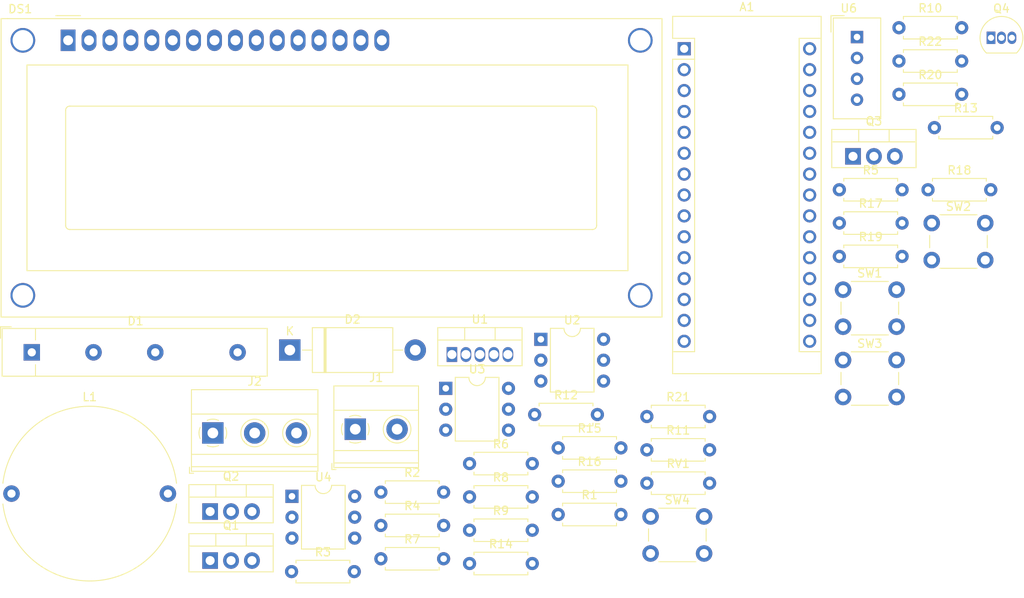
<source format=kicad_pcb>
(kicad_pcb (version 20171130) (host pcbnew "(5.1.10)-1")

  (general
    (thickness 1.6)
    (drawings 0)
    (tracks 0)
    (zones 0)
    (modules 43)
    (nets 72)
  )

  (page A4)
  (layers
    (0 F.Cu signal)
    (31 B.Cu signal)
    (32 B.Adhes user)
    (33 F.Adhes user)
    (34 B.Paste user)
    (35 F.Paste user)
    (36 B.SilkS user)
    (37 F.SilkS user)
    (38 B.Mask user)
    (39 F.Mask user)
    (40 Dwgs.User user)
    (41 Cmts.User user)
    (42 Eco1.User user)
    (43 Eco2.User user)
    (44 Edge.Cuts user)
    (45 Margin user)
    (46 B.CrtYd user)
    (47 F.CrtYd user)
    (48 B.Fab user)
    (49 F.Fab user)
  )

  (setup
    (last_trace_width 0.25)
    (trace_clearance 0.2)
    (zone_clearance 0.508)
    (zone_45_only no)
    (trace_min 0.2)
    (via_size 0.8)
    (via_drill 0.4)
    (via_min_size 0.4)
    (via_min_drill 0.3)
    (uvia_size 0.3)
    (uvia_drill 0.1)
    (uvias_allowed no)
    (uvia_min_size 0.2)
    (uvia_min_drill 0.1)
    (edge_width 0.05)
    (segment_width 0.2)
    (pcb_text_width 0.3)
    (pcb_text_size 1.5 1.5)
    (mod_edge_width 0.12)
    (mod_text_size 1 1)
    (mod_text_width 0.15)
    (pad_size 1.524 1.524)
    (pad_drill 0.762)
    (pad_to_mask_clearance 0)
    (aux_axis_origin 0 0)
    (visible_elements FFFFFF7F)
    (pcbplotparams
      (layerselection 0x010fc_ffffffff)
      (usegerberextensions false)
      (usegerberattributes true)
      (usegerberadvancedattributes true)
      (creategerberjobfile true)
      (excludeedgelayer true)
      (linewidth 0.100000)
      (plotframeref false)
      (viasonmask false)
      (mode 1)
      (useauxorigin false)
      (hpglpennumber 1)
      (hpglpenspeed 20)
      (hpglpendiameter 15.000000)
      (psnegative false)
      (psa4output false)
      (plotreference true)
      (plotvalue true)
      (plotinvisibletext false)
      (padsonsilk false)
      (subtractmaskfromsilk false)
      (outputformat 1)
      (mirror false)
      (drillshape 1)
      (scaleselection 1)
      (outputdirectory ""))
  )

  (net 0 "")
  (net 1 "Net-(A1-Pad1)")
  (net 2 "Net-(A1-Pad17)")
  (net 3 "Net-(A1-Pad2)")
  (net 4 "Net-(A1-Pad18)")
  (net 5 "Net-(A1-Pad3)")
  (net 6 "Net-(A1-Pad19)")
  (net 7 GND)
  (net 8 "Net-(A1-Pad20)")
  (net 9 /DHT)
  (net 10 "Net-(A1-Pad21)")
  (net 11 /FAN)
  (net 12 "Net-(A1-Pad22)")
  (net 13 /HEAT)
  (net 14 SDA)
  (net 15 /COOL)
  (net 16 SCL)
  (net 17 /SW_UP)
  (net 18 "Net-(A1-Pad25)")
  (net 19 /SW_DN)
  (net 20 "Net-(A1-Pad26)")
  (net 21 /SW_LT)
  (net 22 +5V)
  (net 23 /SW_RT)
  (net 24 "Net-(A1-Pad28)")
  (net 25 "Net-(A1-Pad13)")
  (net 26 "Net-(A1-Pad14)")
  (net 27 "Net-(A1-Pad30)")
  (net 28 "Net-(A1-Pad15)")
  (net 29 "Net-(A1-Pad16)")
  (net 30 /C)
  (net 31 +VDC)
  (net 32 /R)
  (net 33 "Net-(DS1-Pad3)")
  (net 34 /RS)
  (net 35 /RW)
  (net 36 /E)
  (net 37 "Net-(DS1-Pad7)")
  (net 38 "Net-(DS1-Pad8)")
  (net 39 "Net-(DS1-Pad9)")
  (net 40 "Net-(DS1-Pad10)")
  (net 41 /D4)
  (net 42 /D5)
  (net 43 /D6)
  (net 44 /D7)
  (net 45 "Net-(DS1-Pad16)")
  (net 46 "Net-(Q1-Pad3)")
  (net 47 /G)
  (net 48 /W)
  (net 49 "Net-(Q2-Pad3)")
  (net 50 /Y)
  (net 51 "Net-(Q3-Pad3)")
  (net 52 "Net-(Q4-Pad2)")
  (net 53 "Net-(D2-Pad1)")
  (net 54 "Net-(U6-Pad3)")
  (net 55 "Net-(R1-Pad1)")
  (net 56 "Net-(R2-Pad1)")
  (net 57 "Net-(R3-Pad1)")
  (net 58 "Net-(R7-Pad2)")
  (net 59 "Net-(R8-Pad2)")
  (net 60 "Net-(R9-Pad2)")
  (net 61 "Net-(C3-Pad1)")
  (net 62 "Net-(C4-Pad1)")
  (net 63 "Net-(C5-Pad1)")
  (net 64 /BT)
  (net 65 "Net-(R17-Pad1)")
  (net 66 "Net-(U2-Pad3)")
  (net 67 "Net-(U2-Pad5)")
  (net 68 "Net-(U3-Pad3)")
  (net 69 "Net-(U3-Pad5)")
  (net 70 "Net-(U4-Pad3)")
  (net 71 "Net-(U4-Pad5)")

  (net_class Default "This is the default net class."
    (clearance 0.2)
    (trace_width 0.25)
    (via_dia 0.8)
    (via_drill 0.4)
    (uvia_dia 0.3)
    (uvia_drill 0.1)
    (add_net +5V)
    (add_net +VDC)
    (add_net /BT)
    (add_net /C)
    (add_net /COOL)
    (add_net /D4)
    (add_net /D5)
    (add_net /D6)
    (add_net /D7)
    (add_net /DHT)
    (add_net /E)
    (add_net /FAN)
    (add_net /G)
    (add_net /HEAT)
    (add_net /R)
    (add_net /RS)
    (add_net /RW)
    (add_net /SW_DN)
    (add_net /SW_LT)
    (add_net /SW_RT)
    (add_net /SW_UP)
    (add_net /W)
    (add_net /Y)
    (add_net GND)
    (add_net "Net-(A1-Pad1)")
    (add_net "Net-(A1-Pad13)")
    (add_net "Net-(A1-Pad14)")
    (add_net "Net-(A1-Pad15)")
    (add_net "Net-(A1-Pad16)")
    (add_net "Net-(A1-Pad17)")
    (add_net "Net-(A1-Pad18)")
    (add_net "Net-(A1-Pad19)")
    (add_net "Net-(A1-Pad2)")
    (add_net "Net-(A1-Pad20)")
    (add_net "Net-(A1-Pad21)")
    (add_net "Net-(A1-Pad22)")
    (add_net "Net-(A1-Pad25)")
    (add_net "Net-(A1-Pad26)")
    (add_net "Net-(A1-Pad28)")
    (add_net "Net-(A1-Pad3)")
    (add_net "Net-(A1-Pad30)")
    (add_net "Net-(C3-Pad1)")
    (add_net "Net-(C4-Pad1)")
    (add_net "Net-(C5-Pad1)")
    (add_net "Net-(D2-Pad1)")
    (add_net "Net-(DS1-Pad10)")
    (add_net "Net-(DS1-Pad16)")
    (add_net "Net-(DS1-Pad3)")
    (add_net "Net-(DS1-Pad7)")
    (add_net "Net-(DS1-Pad8)")
    (add_net "Net-(DS1-Pad9)")
    (add_net "Net-(Q1-Pad3)")
    (add_net "Net-(Q2-Pad3)")
    (add_net "Net-(Q3-Pad3)")
    (add_net "Net-(Q4-Pad2)")
    (add_net "Net-(R1-Pad1)")
    (add_net "Net-(R17-Pad1)")
    (add_net "Net-(R2-Pad1)")
    (add_net "Net-(R3-Pad1)")
    (add_net "Net-(R7-Pad2)")
    (add_net "Net-(R8-Pad2)")
    (add_net "Net-(R9-Pad2)")
    (add_net "Net-(U2-Pad3)")
    (add_net "Net-(U2-Pad5)")
    (add_net "Net-(U3-Pad3)")
    (add_net "Net-(U3-Pad5)")
    (add_net "Net-(U4-Pad3)")
    (add_net "Net-(U4-Pad5)")
    (add_net "Net-(U6-Pad3)")
    (add_net SCL)
    (add_net SDA)
  )

  (module Sensor:Aosong_DHT11_5.5x12.0_P2.54mm (layer F.Cu) (tedit 5C4B60CF) (tstamp 6118B53E)
    (at 137.835 33.5)
    (descr "Temperature and humidity module, http://akizukidenshi.com/download/ds/aosong/DHT11.pdf")
    (tags "Temperature and humidity module")
    (path /611B2F78)
    (fp_text reference U6 (at -1 -3.5) (layer F.SilkS)
      (effects (font (size 1 1) (thickness 0.15)))
    )
    (fp_text value DHT11 (at 0 11.3) (layer F.Fab)
      (effects (font (size 1 1) (thickness 0.15)))
    )
    (fp_text user %R (at 0 3.81) (layer F.Fab)
      (effects (font (size 1 1) (thickness 0.15)))
    )
    (fp_line (start -1.75 -2.19) (end 2.75 -2.19) (layer F.Fab) (width 0.1))
    (fp_line (start 2.75 -2.19) (end 2.75 9.81) (layer F.Fab) (width 0.1))
    (fp_line (start 2.75 9.81) (end -2.75 9.81) (layer F.Fab) (width 0.1))
    (fp_line (start -2.75 -1.19) (end -2.75 9.81) (layer F.Fab) (width 0.1))
    (fp_line (start -2.87 -2.32) (end 2.87 -2.32) (layer F.SilkS) (width 0.12))
    (fp_line (start 2.88 -2.32) (end 2.88 9.94) (layer F.SilkS) (width 0.12))
    (fp_line (start 2.88 9.94) (end -2.88 9.94) (layer F.SilkS) (width 0.12))
    (fp_line (start -2.88 9.94) (end -2.88 -2.31) (layer F.SilkS) (width 0.12))
    (fp_line (start -3 -2.44) (end 3 -2.44) (layer F.CrtYd) (width 0.05))
    (fp_line (start 3 -2.44) (end 3 10.06) (layer F.CrtYd) (width 0.05))
    (fp_line (start 3 10.06) (end -3 10.06) (layer F.CrtYd) (width 0.05))
    (fp_line (start -3 10.06) (end -3 -2.44) (layer F.CrtYd) (width 0.05))
    (fp_line (start -2.75 -1.19) (end -1.75 -2.19) (layer F.Fab) (width 0.1))
    (fp_line (start -3.16 -2.6) (end -3.16 -0.6) (layer F.SilkS) (width 0.12))
    (fp_line (start -3.16 -2.6) (end -1.55 -2.6) (layer F.SilkS) (width 0.12))
    (pad 4 thru_hole circle (at 0 7.62) (size 1.5 1.5) (drill 0.8) (layers *.Cu *.Mask)
      (net 7 GND))
    (pad 3 thru_hole circle (at 0 5.08) (size 1.5 1.5) (drill 0.8) (layers *.Cu *.Mask)
      (net 54 "Net-(U6-Pad3)"))
    (pad 2 thru_hole circle (at 0 2.54) (size 1.5 1.5) (drill 0.8) (layers *.Cu *.Mask)
      (net 9 /DHT))
    (pad 1 thru_hole rect (at 0 0) (size 1.5 1.5) (drill 0.8) (layers *.Cu *.Mask)
      (net 22 +5V))
    (model ${KISYS3DMOD}/Sensor.3dshapes/Aosong_DHT11_5.5x12.0_P2.54mm.wrl
      (at (xyz 0 0 0))
      (scale (xyz 1 1 1))
      (rotate (xyz 0 0 0))
    )
  )

  (module Package_DIP:DIP-6_W7.62mm (layer F.Cu) (tedit 5A02E8C5) (tstamp 6118B526)
    (at 69.2 89.335)
    (descr "6-lead though-hole mounted DIP package, row spacing 7.62 mm (300 mils)")
    (tags "THT DIP DIL PDIP 2.54mm 7.62mm 300mil")
    (path /611E03C5)
    (fp_text reference U4 (at 3.81 -2.33) (layer F.SilkS)
      (effects (font (size 1 1) (thickness 0.15)))
    )
    (fp_text value MOC3012M (at 3.81 7.41) (layer F.Fab)
      (effects (font (size 1 1) (thickness 0.15)))
    )
    (fp_text user %R (at 3.81 2.54) (layer F.Fab)
      (effects (font (size 1 1) (thickness 0.15)))
    )
    (fp_arc (start 3.81 -1.33) (end 2.81 -1.33) (angle -180) (layer F.SilkS) (width 0.12))
    (fp_line (start 1.635 -1.27) (end 6.985 -1.27) (layer F.Fab) (width 0.1))
    (fp_line (start 6.985 -1.27) (end 6.985 6.35) (layer F.Fab) (width 0.1))
    (fp_line (start 6.985 6.35) (end 0.635 6.35) (layer F.Fab) (width 0.1))
    (fp_line (start 0.635 6.35) (end 0.635 -0.27) (layer F.Fab) (width 0.1))
    (fp_line (start 0.635 -0.27) (end 1.635 -1.27) (layer F.Fab) (width 0.1))
    (fp_line (start 2.81 -1.33) (end 1.16 -1.33) (layer F.SilkS) (width 0.12))
    (fp_line (start 1.16 -1.33) (end 1.16 6.41) (layer F.SilkS) (width 0.12))
    (fp_line (start 1.16 6.41) (end 6.46 6.41) (layer F.SilkS) (width 0.12))
    (fp_line (start 6.46 6.41) (end 6.46 -1.33) (layer F.SilkS) (width 0.12))
    (fp_line (start 6.46 -1.33) (end 4.81 -1.33) (layer F.SilkS) (width 0.12))
    (fp_line (start -1.1 -1.55) (end -1.1 6.6) (layer F.CrtYd) (width 0.05))
    (fp_line (start -1.1 6.6) (end 8.7 6.6) (layer F.CrtYd) (width 0.05))
    (fp_line (start 8.7 6.6) (end 8.7 -1.55) (layer F.CrtYd) (width 0.05))
    (fp_line (start 8.7 -1.55) (end -1.1 -1.55) (layer F.CrtYd) (width 0.05))
    (pad 6 thru_hole oval (at 7.62 0) (size 1.6 1.6) (drill 0.8) (layers *.Cu *.Mask)
      (net 60 "Net-(R9-Pad2)"))
    (pad 3 thru_hole oval (at 0 5.08) (size 1.6 1.6) (drill 0.8) (layers *.Cu *.Mask)
      (net 70 "Net-(U4-Pad3)"))
    (pad 5 thru_hole oval (at 7.62 2.54) (size 1.6 1.6) (drill 0.8) (layers *.Cu *.Mask)
      (net 71 "Net-(U4-Pad5)"))
    (pad 2 thru_hole oval (at 0 2.54) (size 1.6 1.6) (drill 0.8) (layers *.Cu *.Mask)
      (net 7 GND))
    (pad 4 thru_hole oval (at 7.62 5.08) (size 1.6 1.6) (drill 0.8) (layers *.Cu *.Mask)
      (net 51 "Net-(Q3-Pad3)"))
    (pad 1 thru_hole rect (at 0 0) (size 1.6 1.6) (drill 0.8) (layers *.Cu *.Mask)
      (net 57 "Net-(R3-Pad1)"))
    (model ${KISYS3DMOD}/Package_DIP.3dshapes/DIP-6_W7.62mm.wrl
      (at (xyz 0 0 0))
      (scale (xyz 1 1 1))
      (rotate (xyz 0 0 0))
    )
  )

  (module Package_DIP:DIP-6_W7.62mm (layer F.Cu) (tedit 5A02E8C5) (tstamp 6118B50C)
    (at 87.88 76.205)
    (descr "6-lead though-hole mounted DIP package, row spacing 7.62 mm (300 mils)")
    (tags "THT DIP DIL PDIP 2.54mm 7.62mm 300mil")
    (path /61260B65)
    (fp_text reference U3 (at 3.81 -2.33) (layer F.SilkS)
      (effects (font (size 1 1) (thickness 0.15)))
    )
    (fp_text value MOC3012M (at 3.81 7.41) (layer F.Fab)
      (effects (font (size 1 1) (thickness 0.15)))
    )
    (fp_text user %R (at 3.81 2.54) (layer F.Fab)
      (effects (font (size 1 1) (thickness 0.15)))
    )
    (fp_arc (start 3.81 -1.33) (end 2.81 -1.33) (angle -180) (layer F.SilkS) (width 0.12))
    (fp_line (start 1.635 -1.27) (end 6.985 -1.27) (layer F.Fab) (width 0.1))
    (fp_line (start 6.985 -1.27) (end 6.985 6.35) (layer F.Fab) (width 0.1))
    (fp_line (start 6.985 6.35) (end 0.635 6.35) (layer F.Fab) (width 0.1))
    (fp_line (start 0.635 6.35) (end 0.635 -0.27) (layer F.Fab) (width 0.1))
    (fp_line (start 0.635 -0.27) (end 1.635 -1.27) (layer F.Fab) (width 0.1))
    (fp_line (start 2.81 -1.33) (end 1.16 -1.33) (layer F.SilkS) (width 0.12))
    (fp_line (start 1.16 -1.33) (end 1.16 6.41) (layer F.SilkS) (width 0.12))
    (fp_line (start 1.16 6.41) (end 6.46 6.41) (layer F.SilkS) (width 0.12))
    (fp_line (start 6.46 6.41) (end 6.46 -1.33) (layer F.SilkS) (width 0.12))
    (fp_line (start 6.46 -1.33) (end 4.81 -1.33) (layer F.SilkS) (width 0.12))
    (fp_line (start -1.1 -1.55) (end -1.1 6.6) (layer F.CrtYd) (width 0.05))
    (fp_line (start -1.1 6.6) (end 8.7 6.6) (layer F.CrtYd) (width 0.05))
    (fp_line (start 8.7 6.6) (end 8.7 -1.55) (layer F.CrtYd) (width 0.05))
    (fp_line (start 8.7 -1.55) (end -1.1 -1.55) (layer F.CrtYd) (width 0.05))
    (pad 6 thru_hole oval (at 7.62 0) (size 1.6 1.6) (drill 0.8) (layers *.Cu *.Mask)
      (net 59 "Net-(R8-Pad2)"))
    (pad 3 thru_hole oval (at 0 5.08) (size 1.6 1.6) (drill 0.8) (layers *.Cu *.Mask)
      (net 68 "Net-(U3-Pad3)"))
    (pad 5 thru_hole oval (at 7.62 2.54) (size 1.6 1.6) (drill 0.8) (layers *.Cu *.Mask)
      (net 69 "Net-(U3-Pad5)"))
    (pad 2 thru_hole oval (at 0 2.54) (size 1.6 1.6) (drill 0.8) (layers *.Cu *.Mask)
      (net 7 GND))
    (pad 4 thru_hole oval (at 7.62 5.08) (size 1.6 1.6) (drill 0.8) (layers *.Cu *.Mask)
      (net 49 "Net-(Q2-Pad3)"))
    (pad 1 thru_hole rect (at 0 0) (size 1.6 1.6) (drill 0.8) (layers *.Cu *.Mask)
      (net 56 "Net-(R2-Pad1)"))
    (model ${KISYS3DMOD}/Package_DIP.3dshapes/DIP-6_W7.62mm.wrl
      (at (xyz 0 0 0))
      (scale (xyz 1 1 1))
      (rotate (xyz 0 0 0))
    )
  )

  (module Package_DIP:DIP-6_W7.62mm (layer F.Cu) (tedit 5A02E8C5) (tstamp 6118B4F2)
    (at 99.43 70.245)
    (descr "6-lead though-hole mounted DIP package, row spacing 7.62 mm (300 mils)")
    (tags "THT DIP DIL PDIP 2.54mm 7.62mm 300mil")
    (path /61267A9B)
    (fp_text reference U2 (at 3.81 -2.33) (layer F.SilkS)
      (effects (font (size 1 1) (thickness 0.15)))
    )
    (fp_text value MOC3012M (at 3.81 7.41) (layer F.Fab)
      (effects (font (size 1 1) (thickness 0.15)))
    )
    (fp_text user %R (at 3.81 2.54) (layer F.Fab)
      (effects (font (size 1 1) (thickness 0.15)))
    )
    (fp_arc (start 3.81 -1.33) (end 2.81 -1.33) (angle -180) (layer F.SilkS) (width 0.12))
    (fp_line (start 1.635 -1.27) (end 6.985 -1.27) (layer F.Fab) (width 0.1))
    (fp_line (start 6.985 -1.27) (end 6.985 6.35) (layer F.Fab) (width 0.1))
    (fp_line (start 6.985 6.35) (end 0.635 6.35) (layer F.Fab) (width 0.1))
    (fp_line (start 0.635 6.35) (end 0.635 -0.27) (layer F.Fab) (width 0.1))
    (fp_line (start 0.635 -0.27) (end 1.635 -1.27) (layer F.Fab) (width 0.1))
    (fp_line (start 2.81 -1.33) (end 1.16 -1.33) (layer F.SilkS) (width 0.12))
    (fp_line (start 1.16 -1.33) (end 1.16 6.41) (layer F.SilkS) (width 0.12))
    (fp_line (start 1.16 6.41) (end 6.46 6.41) (layer F.SilkS) (width 0.12))
    (fp_line (start 6.46 6.41) (end 6.46 -1.33) (layer F.SilkS) (width 0.12))
    (fp_line (start 6.46 -1.33) (end 4.81 -1.33) (layer F.SilkS) (width 0.12))
    (fp_line (start -1.1 -1.55) (end -1.1 6.6) (layer F.CrtYd) (width 0.05))
    (fp_line (start -1.1 6.6) (end 8.7 6.6) (layer F.CrtYd) (width 0.05))
    (fp_line (start 8.7 6.6) (end 8.7 -1.55) (layer F.CrtYd) (width 0.05))
    (fp_line (start 8.7 -1.55) (end -1.1 -1.55) (layer F.CrtYd) (width 0.05))
    (pad 6 thru_hole oval (at 7.62 0) (size 1.6 1.6) (drill 0.8) (layers *.Cu *.Mask)
      (net 58 "Net-(R7-Pad2)"))
    (pad 3 thru_hole oval (at 0 5.08) (size 1.6 1.6) (drill 0.8) (layers *.Cu *.Mask)
      (net 66 "Net-(U2-Pad3)"))
    (pad 5 thru_hole oval (at 7.62 2.54) (size 1.6 1.6) (drill 0.8) (layers *.Cu *.Mask)
      (net 67 "Net-(U2-Pad5)"))
    (pad 2 thru_hole oval (at 0 2.54) (size 1.6 1.6) (drill 0.8) (layers *.Cu *.Mask)
      (net 7 GND))
    (pad 4 thru_hole oval (at 7.62 5.08) (size 1.6 1.6) (drill 0.8) (layers *.Cu *.Mask)
      (net 46 "Net-(Q1-Pad3)"))
    (pad 1 thru_hole rect (at 0 0) (size 1.6 1.6) (drill 0.8) (layers *.Cu *.Mask)
      (net 55 "Net-(R1-Pad1)"))
    (model ${KISYS3DMOD}/Package_DIP.3dshapes/DIP-6_W7.62mm.wrl
      (at (xyz 0 0 0))
      (scale (xyz 1 1 1))
      (rotate (xyz 0 0 0))
    )
  )

  (module Package_TO_SOT_THT:TO-220-5_Vertical (layer F.Cu) (tedit 5AD11EBF) (tstamp 6118B4D8)
    (at 88.63 72.095)
    (descr "TO-220-5, Vertical, RM 1.7mm, Pentawatt, Multiwatt-5, see http://www.analog.com/media/en/package-pcb-resources/package/pkg_pdf/ltc-legacy-to-220/to-220_5_05-08-1421_straight_lead.pdf")
    (tags "TO-220-5 Vertical RM 1.7mm Pentawatt Multiwatt-5")
    (path /61156E14)
    (fp_text reference U1 (at 3.4 -4.27) (layer F.SilkS)
      (effects (font (size 1 1) (thickness 0.15)))
    )
    (fp_text value LM2575-5.0BT (at 3.4 2.5) (layer F.Fab)
      (effects (font (size 1 1) (thickness 0.15)))
    )
    (fp_text user %R (at 3.4 -4.27) (layer F.Fab)
      (effects (font (size 1 1) (thickness 0.15)))
    )
    (fp_line (start -1.6 -3.15) (end -1.6 1.25) (layer F.Fab) (width 0.1))
    (fp_line (start -1.6 1.25) (end 8.4 1.25) (layer F.Fab) (width 0.1))
    (fp_line (start 8.4 1.25) (end 8.4 -3.15) (layer F.Fab) (width 0.1))
    (fp_line (start 8.4 -3.15) (end -1.6 -3.15) (layer F.Fab) (width 0.1))
    (fp_line (start -1.6 -1.88) (end 8.4 -1.88) (layer F.Fab) (width 0.1))
    (fp_line (start 1.55 -3.15) (end 1.55 -1.88) (layer F.Fab) (width 0.1))
    (fp_line (start 5.25 -3.15) (end 5.25 -1.88) (layer F.Fab) (width 0.1))
    (fp_line (start -1.721 -3.27) (end 8.52 -3.27) (layer F.SilkS) (width 0.12))
    (fp_line (start -1.721 1.371) (end 8.52 1.371) (layer F.SilkS) (width 0.12))
    (fp_line (start -1.721 -3.27) (end -1.721 1.371) (layer F.SilkS) (width 0.12))
    (fp_line (start 8.52 -3.27) (end 8.52 1.371) (layer F.SilkS) (width 0.12))
    (fp_line (start -1.721 -1.76) (end 8.52 -1.76) (layer F.SilkS) (width 0.12))
    (fp_line (start 1.55 -3.27) (end 1.55 -1.76) (layer F.SilkS) (width 0.12))
    (fp_line (start 5.25 -3.27) (end 5.25 -1.76) (layer F.SilkS) (width 0.12))
    (fp_line (start -1.85 -3.4) (end -1.85 1.51) (layer F.CrtYd) (width 0.05))
    (fp_line (start -1.85 1.51) (end 8.65 1.51) (layer F.CrtYd) (width 0.05))
    (fp_line (start 8.65 1.51) (end 8.65 -3.4) (layer F.CrtYd) (width 0.05))
    (fp_line (start 8.65 -3.4) (end -1.85 -3.4) (layer F.CrtYd) (width 0.05))
    (pad 5 thru_hole oval (at 6.8 0) (size 1.275 1.8) (drill 1.1) (layers *.Cu *.Mask)
      (net 7 GND))
    (pad 4 thru_hole oval (at 5.1 0) (size 1.275 1.8) (drill 1.1) (layers *.Cu *.Mask)
      (net 22 +5V))
    (pad 3 thru_hole oval (at 3.4 0) (size 1.275 1.8) (drill 1.1) (layers *.Cu *.Mask)
      (net 7 GND))
    (pad 2 thru_hole oval (at 1.7 0) (size 1.275 1.8) (drill 1.1) (layers *.Cu *.Mask)
      (net 53 "Net-(D2-Pad1)"))
    (pad 1 thru_hole rect (at 0 0) (size 1.275 1.8) (drill 1.1) (layers *.Cu *.Mask)
      (net 31 +VDC))
    (model ${KISYS3DMOD}/Package_TO_SOT_THT.3dshapes/TO-220-5_Vertical.wrl
      (at (xyz 0 0 0))
      (scale (xyz 1 1 1))
      (rotate (xyz 0 0 0))
    )
  )

  (module Button_Switch_THT:SW_PUSH_6mm (layer F.Cu) (tedit 5A02FE31) (tstamp 6118B4BC)
    (at 112.76 91.785)
    (descr https://www.omron.com/ecb/products/pdf/en-b3f.pdf)
    (tags "tact sw push 6mm")
    (path /612AA08B)
    (fp_text reference SW4 (at 3.25 -2) (layer F.SilkS)
      (effects (font (size 1 1) (thickness 0.15)))
    )
    (fp_text value RT-MJTP1230 (at 3.75 6.7) (layer F.Fab)
      (effects (font (size 1 1) (thickness 0.15)))
    )
    (fp_text user %R (at 3.25 2.25) (layer F.Fab)
      (effects (font (size 1 1) (thickness 0.15)))
    )
    (fp_line (start 3.25 -0.75) (end 6.25 -0.75) (layer F.Fab) (width 0.1))
    (fp_line (start 6.25 -0.75) (end 6.25 5.25) (layer F.Fab) (width 0.1))
    (fp_line (start 6.25 5.25) (end 0.25 5.25) (layer F.Fab) (width 0.1))
    (fp_line (start 0.25 5.25) (end 0.25 -0.75) (layer F.Fab) (width 0.1))
    (fp_line (start 0.25 -0.75) (end 3.25 -0.75) (layer F.Fab) (width 0.1))
    (fp_line (start 7.75 6) (end 8 6) (layer F.CrtYd) (width 0.05))
    (fp_line (start 8 6) (end 8 5.75) (layer F.CrtYd) (width 0.05))
    (fp_line (start 7.75 -1.5) (end 8 -1.5) (layer F.CrtYd) (width 0.05))
    (fp_line (start 8 -1.5) (end 8 -1.25) (layer F.CrtYd) (width 0.05))
    (fp_line (start -1.5 -1.25) (end -1.5 -1.5) (layer F.CrtYd) (width 0.05))
    (fp_line (start -1.5 -1.5) (end -1.25 -1.5) (layer F.CrtYd) (width 0.05))
    (fp_line (start -1.5 5.75) (end -1.5 6) (layer F.CrtYd) (width 0.05))
    (fp_line (start -1.5 6) (end -1.25 6) (layer F.CrtYd) (width 0.05))
    (fp_line (start -1.25 -1.5) (end 7.75 -1.5) (layer F.CrtYd) (width 0.05))
    (fp_line (start -1.5 5.75) (end -1.5 -1.25) (layer F.CrtYd) (width 0.05))
    (fp_line (start 7.75 6) (end -1.25 6) (layer F.CrtYd) (width 0.05))
    (fp_line (start 8 -1.25) (end 8 5.75) (layer F.CrtYd) (width 0.05))
    (fp_line (start 1 5.5) (end 5.5 5.5) (layer F.SilkS) (width 0.12))
    (fp_line (start -0.25 1.5) (end -0.25 3) (layer F.SilkS) (width 0.12))
    (fp_line (start 5.5 -1) (end 1 -1) (layer F.SilkS) (width 0.12))
    (fp_line (start 6.75 3) (end 6.75 1.5) (layer F.SilkS) (width 0.12))
    (fp_circle (center 3.25 2.25) (end 1.25 2.5) (layer F.Fab) (width 0.1))
    (pad 1 thru_hole circle (at 6.5 0 90) (size 2 2) (drill 1.1) (layers *.Cu *.Mask)
      (net 7 GND))
    (pad 2 thru_hole circle (at 6.5 4.5 90) (size 2 2) (drill 1.1) (layers *.Cu *.Mask)
      (net 23 /SW_RT))
    (pad 1 thru_hole circle (at 0 0 90) (size 2 2) (drill 1.1) (layers *.Cu *.Mask)
      (net 7 GND))
    (pad 2 thru_hole circle (at 0 4.5 90) (size 2 2) (drill 1.1) (layers *.Cu *.Mask)
      (net 23 /SW_RT))
    (model ${KISYS3DMOD}/Button_Switch_THT.3dshapes/SW_PUSH_6mm.wrl
      (at (xyz 0 0 0))
      (scale (xyz 1 1 1))
      (rotate (xyz 0 0 0))
    )
  )

  (module Button_Switch_THT:SW_PUSH_6mm (layer F.Cu) (tedit 5A02FE31) (tstamp 6118B49D)
    (at 136.14 72.765)
    (descr https://www.omron.com/ecb/products/pdf/en-b3f.pdf)
    (tags "tact sw push 6mm")
    (path /612824A2)
    (fp_text reference SW3 (at 3.25 -2) (layer F.SilkS)
      (effects (font (size 1 1) (thickness 0.15)))
    )
    (fp_text value DN-MJTP1230 (at 3.75 6.7) (layer F.Fab)
      (effects (font (size 1 1) (thickness 0.15)))
    )
    (fp_text user %R (at 3.25 2.25) (layer F.Fab)
      (effects (font (size 1 1) (thickness 0.15)))
    )
    (fp_line (start 3.25 -0.75) (end 6.25 -0.75) (layer F.Fab) (width 0.1))
    (fp_line (start 6.25 -0.75) (end 6.25 5.25) (layer F.Fab) (width 0.1))
    (fp_line (start 6.25 5.25) (end 0.25 5.25) (layer F.Fab) (width 0.1))
    (fp_line (start 0.25 5.25) (end 0.25 -0.75) (layer F.Fab) (width 0.1))
    (fp_line (start 0.25 -0.75) (end 3.25 -0.75) (layer F.Fab) (width 0.1))
    (fp_line (start 7.75 6) (end 8 6) (layer F.CrtYd) (width 0.05))
    (fp_line (start 8 6) (end 8 5.75) (layer F.CrtYd) (width 0.05))
    (fp_line (start 7.75 -1.5) (end 8 -1.5) (layer F.CrtYd) (width 0.05))
    (fp_line (start 8 -1.5) (end 8 -1.25) (layer F.CrtYd) (width 0.05))
    (fp_line (start -1.5 -1.25) (end -1.5 -1.5) (layer F.CrtYd) (width 0.05))
    (fp_line (start -1.5 -1.5) (end -1.25 -1.5) (layer F.CrtYd) (width 0.05))
    (fp_line (start -1.5 5.75) (end -1.5 6) (layer F.CrtYd) (width 0.05))
    (fp_line (start -1.5 6) (end -1.25 6) (layer F.CrtYd) (width 0.05))
    (fp_line (start -1.25 -1.5) (end 7.75 -1.5) (layer F.CrtYd) (width 0.05))
    (fp_line (start -1.5 5.75) (end -1.5 -1.25) (layer F.CrtYd) (width 0.05))
    (fp_line (start 7.75 6) (end -1.25 6) (layer F.CrtYd) (width 0.05))
    (fp_line (start 8 -1.25) (end 8 5.75) (layer F.CrtYd) (width 0.05))
    (fp_line (start 1 5.5) (end 5.5 5.5) (layer F.SilkS) (width 0.12))
    (fp_line (start -0.25 1.5) (end -0.25 3) (layer F.SilkS) (width 0.12))
    (fp_line (start 5.5 -1) (end 1 -1) (layer F.SilkS) (width 0.12))
    (fp_line (start 6.75 3) (end 6.75 1.5) (layer F.SilkS) (width 0.12))
    (fp_circle (center 3.25 2.25) (end 1.25 2.5) (layer F.Fab) (width 0.1))
    (pad 1 thru_hole circle (at 6.5 0 90) (size 2 2) (drill 1.1) (layers *.Cu *.Mask)
      (net 7 GND))
    (pad 2 thru_hole circle (at 6.5 4.5 90) (size 2 2) (drill 1.1) (layers *.Cu *.Mask)
      (net 19 /SW_DN))
    (pad 1 thru_hole circle (at 0 0 90) (size 2 2) (drill 1.1) (layers *.Cu *.Mask)
      (net 7 GND))
    (pad 2 thru_hole circle (at 0 4.5 90) (size 2 2) (drill 1.1) (layers *.Cu *.Mask)
      (net 19 /SW_DN))
    (model ${KISYS3DMOD}/Button_Switch_THT.3dshapes/SW_PUSH_6mm.wrl
      (at (xyz 0 0 0))
      (scale (xyz 1 1 1))
      (rotate (xyz 0 0 0))
    )
  )

  (module Button_Switch_THT:SW_PUSH_6mm (layer F.Cu) (tedit 5A02FE31) (tstamp 6118B47E)
    (at 146.91 56.115)
    (descr https://www.omron.com/ecb/products/pdf/en-b3f.pdf)
    (tags "tact sw push 6mm")
    (path /612A5F5D)
    (fp_text reference SW2 (at 3.25 -2) (layer F.SilkS)
      (effects (font (size 1 1) (thickness 0.15)))
    )
    (fp_text value LT-MJTP1230 (at 3.75 6.7) (layer F.Fab)
      (effects (font (size 1 1) (thickness 0.15)))
    )
    (fp_text user %R (at 3.25 2.25) (layer F.Fab)
      (effects (font (size 1 1) (thickness 0.15)))
    )
    (fp_line (start 3.25 -0.75) (end 6.25 -0.75) (layer F.Fab) (width 0.1))
    (fp_line (start 6.25 -0.75) (end 6.25 5.25) (layer F.Fab) (width 0.1))
    (fp_line (start 6.25 5.25) (end 0.25 5.25) (layer F.Fab) (width 0.1))
    (fp_line (start 0.25 5.25) (end 0.25 -0.75) (layer F.Fab) (width 0.1))
    (fp_line (start 0.25 -0.75) (end 3.25 -0.75) (layer F.Fab) (width 0.1))
    (fp_line (start 7.75 6) (end 8 6) (layer F.CrtYd) (width 0.05))
    (fp_line (start 8 6) (end 8 5.75) (layer F.CrtYd) (width 0.05))
    (fp_line (start 7.75 -1.5) (end 8 -1.5) (layer F.CrtYd) (width 0.05))
    (fp_line (start 8 -1.5) (end 8 -1.25) (layer F.CrtYd) (width 0.05))
    (fp_line (start -1.5 -1.25) (end -1.5 -1.5) (layer F.CrtYd) (width 0.05))
    (fp_line (start -1.5 -1.5) (end -1.25 -1.5) (layer F.CrtYd) (width 0.05))
    (fp_line (start -1.5 5.75) (end -1.5 6) (layer F.CrtYd) (width 0.05))
    (fp_line (start -1.5 6) (end -1.25 6) (layer F.CrtYd) (width 0.05))
    (fp_line (start -1.25 -1.5) (end 7.75 -1.5) (layer F.CrtYd) (width 0.05))
    (fp_line (start -1.5 5.75) (end -1.5 -1.25) (layer F.CrtYd) (width 0.05))
    (fp_line (start 7.75 6) (end -1.25 6) (layer F.CrtYd) (width 0.05))
    (fp_line (start 8 -1.25) (end 8 5.75) (layer F.CrtYd) (width 0.05))
    (fp_line (start 1 5.5) (end 5.5 5.5) (layer F.SilkS) (width 0.12))
    (fp_line (start -0.25 1.5) (end -0.25 3) (layer F.SilkS) (width 0.12))
    (fp_line (start 5.5 -1) (end 1 -1) (layer F.SilkS) (width 0.12))
    (fp_line (start 6.75 3) (end 6.75 1.5) (layer F.SilkS) (width 0.12))
    (fp_circle (center 3.25 2.25) (end 1.25 2.5) (layer F.Fab) (width 0.1))
    (pad 1 thru_hole circle (at 6.5 0 90) (size 2 2) (drill 1.1) (layers *.Cu *.Mask)
      (net 7 GND))
    (pad 2 thru_hole circle (at 6.5 4.5 90) (size 2 2) (drill 1.1) (layers *.Cu *.Mask)
      (net 21 /SW_LT))
    (pad 1 thru_hole circle (at 0 0 90) (size 2 2) (drill 1.1) (layers *.Cu *.Mask)
      (net 7 GND))
    (pad 2 thru_hole circle (at 0 4.5 90) (size 2 2) (drill 1.1) (layers *.Cu *.Mask)
      (net 21 /SW_LT))
    (model ${KISYS3DMOD}/Button_Switch_THT.3dshapes/SW_PUSH_6mm.wrl
      (at (xyz 0 0 0))
      (scale (xyz 1 1 1))
      (rotate (xyz 0 0 0))
    )
  )

  (module Button_Switch_THT:SW_PUSH_6mm (layer F.Cu) (tedit 5A02FE31) (tstamp 6118B45F)
    (at 136.14 64.215)
    (descr https://www.omron.com/ecb/products/pdf/en-b3f.pdf)
    (tags "tact sw push 6mm")
    (path /612A0D8E)
    (fp_text reference SW1 (at 3.25 -2) (layer F.SilkS)
      (effects (font (size 1 1) (thickness 0.15)))
    )
    (fp_text value UP-MJTP1230 (at 3.75 6.7) (layer F.Fab)
      (effects (font (size 1 1) (thickness 0.15)))
    )
    (fp_text user %R (at 3.25 2.25) (layer F.Fab)
      (effects (font (size 1 1) (thickness 0.15)))
    )
    (fp_line (start 3.25 -0.75) (end 6.25 -0.75) (layer F.Fab) (width 0.1))
    (fp_line (start 6.25 -0.75) (end 6.25 5.25) (layer F.Fab) (width 0.1))
    (fp_line (start 6.25 5.25) (end 0.25 5.25) (layer F.Fab) (width 0.1))
    (fp_line (start 0.25 5.25) (end 0.25 -0.75) (layer F.Fab) (width 0.1))
    (fp_line (start 0.25 -0.75) (end 3.25 -0.75) (layer F.Fab) (width 0.1))
    (fp_line (start 7.75 6) (end 8 6) (layer F.CrtYd) (width 0.05))
    (fp_line (start 8 6) (end 8 5.75) (layer F.CrtYd) (width 0.05))
    (fp_line (start 7.75 -1.5) (end 8 -1.5) (layer F.CrtYd) (width 0.05))
    (fp_line (start 8 -1.5) (end 8 -1.25) (layer F.CrtYd) (width 0.05))
    (fp_line (start -1.5 -1.25) (end -1.5 -1.5) (layer F.CrtYd) (width 0.05))
    (fp_line (start -1.5 -1.5) (end -1.25 -1.5) (layer F.CrtYd) (width 0.05))
    (fp_line (start -1.5 5.75) (end -1.5 6) (layer F.CrtYd) (width 0.05))
    (fp_line (start -1.5 6) (end -1.25 6) (layer F.CrtYd) (width 0.05))
    (fp_line (start -1.25 -1.5) (end 7.75 -1.5) (layer F.CrtYd) (width 0.05))
    (fp_line (start -1.5 5.75) (end -1.5 -1.25) (layer F.CrtYd) (width 0.05))
    (fp_line (start 7.75 6) (end -1.25 6) (layer F.CrtYd) (width 0.05))
    (fp_line (start 8 -1.25) (end 8 5.75) (layer F.CrtYd) (width 0.05))
    (fp_line (start 1 5.5) (end 5.5 5.5) (layer F.SilkS) (width 0.12))
    (fp_line (start -0.25 1.5) (end -0.25 3) (layer F.SilkS) (width 0.12))
    (fp_line (start 5.5 -1) (end 1 -1) (layer F.SilkS) (width 0.12))
    (fp_line (start 6.75 3) (end 6.75 1.5) (layer F.SilkS) (width 0.12))
    (fp_circle (center 3.25 2.25) (end 1.25 2.5) (layer F.Fab) (width 0.1))
    (pad 1 thru_hole circle (at 6.5 0 90) (size 2 2) (drill 1.1) (layers *.Cu *.Mask)
      (net 7 GND))
    (pad 2 thru_hole circle (at 6.5 4.5 90) (size 2 2) (drill 1.1) (layers *.Cu *.Mask)
      (net 17 /SW_UP))
    (pad 1 thru_hole circle (at 0 0 90) (size 2 2) (drill 1.1) (layers *.Cu *.Mask)
      (net 7 GND))
    (pad 2 thru_hole circle (at 0 4.5 90) (size 2 2) (drill 1.1) (layers *.Cu *.Mask)
      (net 17 /SW_UP))
    (model ${KISYS3DMOD}/Button_Switch_THT.3dshapes/SW_PUSH_6mm.wrl
      (at (xyz 0 0 0))
      (scale (xyz 1 1 1))
      (rotate (xyz 0 0 0))
    )
  )

  (module Resistor_THT:R_Axial_DIN0207_L6.3mm_D2.5mm_P7.62mm_Horizontal (layer F.Cu) (tedit 5AE5139B) (tstamp 6118B440)
    (at 112.31 87.735)
    (descr "Resistor, Axial_DIN0207 series, Axial, Horizontal, pin pitch=7.62mm, 0.25W = 1/4W, length*diameter=6.3*2.5mm^2, http://cdn-reichelt.de/documents/datenblatt/B400/1_4W%23YAG.pdf")
    (tags "Resistor Axial_DIN0207 series Axial Horizontal pin pitch 7.62mm 0.25W = 1/4W length 6.3mm diameter 2.5mm")
    (path /61186CBF)
    (fp_text reference RV1 (at 3.81 -2.37) (layer F.SilkS)
      (effects (font (size 1 1) (thickness 0.15)))
    )
    (fp_text value 10k (at 3.81 2.37) (layer F.Fab)
      (effects (font (size 1 1) (thickness 0.15)))
    )
    (fp_text user %R (at 3.81 0) (layer F.Fab)
      (effects (font (size 1 1) (thickness 0.15)))
    )
    (fp_line (start 0.66 -1.25) (end 0.66 1.25) (layer F.Fab) (width 0.1))
    (fp_line (start 0.66 1.25) (end 6.96 1.25) (layer F.Fab) (width 0.1))
    (fp_line (start 6.96 1.25) (end 6.96 -1.25) (layer F.Fab) (width 0.1))
    (fp_line (start 6.96 -1.25) (end 0.66 -1.25) (layer F.Fab) (width 0.1))
    (fp_line (start 0 0) (end 0.66 0) (layer F.Fab) (width 0.1))
    (fp_line (start 7.62 0) (end 6.96 0) (layer F.Fab) (width 0.1))
    (fp_line (start 0.54 -1.04) (end 0.54 -1.37) (layer F.SilkS) (width 0.12))
    (fp_line (start 0.54 -1.37) (end 7.08 -1.37) (layer F.SilkS) (width 0.12))
    (fp_line (start 7.08 -1.37) (end 7.08 -1.04) (layer F.SilkS) (width 0.12))
    (fp_line (start 0.54 1.04) (end 0.54 1.37) (layer F.SilkS) (width 0.12))
    (fp_line (start 0.54 1.37) (end 7.08 1.37) (layer F.SilkS) (width 0.12))
    (fp_line (start 7.08 1.37) (end 7.08 1.04) (layer F.SilkS) (width 0.12))
    (fp_line (start -1.05 -1.5) (end -1.05 1.5) (layer F.CrtYd) (width 0.05))
    (fp_line (start -1.05 1.5) (end 8.67 1.5) (layer F.CrtYd) (width 0.05))
    (fp_line (start 8.67 1.5) (end 8.67 -1.5) (layer F.CrtYd) (width 0.05))
    (fp_line (start 8.67 -1.5) (end -1.05 -1.5) (layer F.CrtYd) (width 0.05))
    (pad 2 thru_hole oval (at 7.62 0) (size 1.6 1.6) (drill 0.8) (layers *.Cu *.Mask)
      (net 33 "Net-(DS1-Pad3)"))
    (pad 1 thru_hole circle (at 0 0) (size 1.6 1.6) (drill 0.8) (layers *.Cu *.Mask)
      (net 7 GND))
    (model ${KISYS3DMOD}/Resistor_THT.3dshapes/R_Axial_DIN0207_L6.3mm_D2.5mm_P7.62mm_Horizontal.wrl
      (at (xyz 0 0 0))
      (scale (xyz 1 1 1))
      (rotate (xyz 0 0 0))
    )
  )

  (module Resistor_THT:R_Axial_DIN0207_L6.3mm_D2.5mm_P7.62mm_Horizontal (layer F.Cu) (tedit 5AE5139B) (tstamp 6118B429)
    (at 142.93 36.415)
    (descr "Resistor, Axial_DIN0207 series, Axial, Horizontal, pin pitch=7.62mm, 0.25W = 1/4W, length*diameter=6.3*2.5mm^2, http://cdn-reichelt.de/documents/datenblatt/B400/1_4W%23YAG.pdf")
    (tags "Resistor Axial_DIN0207 series Axial Horizontal pin pitch 7.62mm 0.25W = 1/4W length 6.3mm diameter 2.5mm")
    (path /611B9B90)
    (fp_text reference R22 (at 3.81 -2.37) (layer F.SilkS)
      (effects (font (size 1 1) (thickness 0.15)))
    )
    (fp_text value 10k (at 3.81 2.37) (layer F.Fab)
      (effects (font (size 1 1) (thickness 0.15)))
    )
    (fp_text user %R (at 3.81 0) (layer F.Fab)
      (effects (font (size 1 1) (thickness 0.15)))
    )
    (fp_line (start 0.66 -1.25) (end 0.66 1.25) (layer F.Fab) (width 0.1))
    (fp_line (start 0.66 1.25) (end 6.96 1.25) (layer F.Fab) (width 0.1))
    (fp_line (start 6.96 1.25) (end 6.96 -1.25) (layer F.Fab) (width 0.1))
    (fp_line (start 6.96 -1.25) (end 0.66 -1.25) (layer F.Fab) (width 0.1))
    (fp_line (start 0 0) (end 0.66 0) (layer F.Fab) (width 0.1))
    (fp_line (start 7.62 0) (end 6.96 0) (layer F.Fab) (width 0.1))
    (fp_line (start 0.54 -1.04) (end 0.54 -1.37) (layer F.SilkS) (width 0.12))
    (fp_line (start 0.54 -1.37) (end 7.08 -1.37) (layer F.SilkS) (width 0.12))
    (fp_line (start 7.08 -1.37) (end 7.08 -1.04) (layer F.SilkS) (width 0.12))
    (fp_line (start 0.54 1.04) (end 0.54 1.37) (layer F.SilkS) (width 0.12))
    (fp_line (start 0.54 1.37) (end 7.08 1.37) (layer F.SilkS) (width 0.12))
    (fp_line (start 7.08 1.37) (end 7.08 1.04) (layer F.SilkS) (width 0.12))
    (fp_line (start -1.05 -1.5) (end -1.05 1.5) (layer F.CrtYd) (width 0.05))
    (fp_line (start -1.05 1.5) (end 8.67 1.5) (layer F.CrtYd) (width 0.05))
    (fp_line (start 8.67 1.5) (end 8.67 -1.5) (layer F.CrtYd) (width 0.05))
    (fp_line (start 8.67 -1.5) (end -1.05 -1.5) (layer F.CrtYd) (width 0.05))
    (pad 2 thru_hole oval (at 7.62 0) (size 1.6 1.6) (drill 0.8) (layers *.Cu *.Mask)
      (net 22 +5V))
    (pad 1 thru_hole circle (at 0 0) (size 1.6 1.6) (drill 0.8) (layers *.Cu *.Mask)
      (net 9 /DHT))
    (model ${KISYS3DMOD}/Resistor_THT.3dshapes/R_Axial_DIN0207_L6.3mm_D2.5mm_P7.62mm_Horizontal.wrl
      (at (xyz 0 0 0))
      (scale (xyz 1 1 1))
      (rotate (xyz 0 0 0))
    )
  )

  (module Resistor_THT:R_Axial_DIN0207_L6.3mm_D2.5mm_P7.62mm_Horizontal (layer F.Cu) (tedit 5AE5139B) (tstamp 6118B412)
    (at 112.31 79.635)
    (descr "Resistor, Axial_DIN0207 series, Axial, Horizontal, pin pitch=7.62mm, 0.25W = 1/4W, length*diameter=6.3*2.5mm^2, http://cdn-reichelt.de/documents/datenblatt/B400/1_4W%23YAG.pdf")
    (tags "Resistor Axial_DIN0207 series Axial Horizontal pin pitch 7.62mm 0.25W = 1/4W length 6.3mm diameter 2.5mm")
    (path /612AA091)
    (fp_text reference R21 (at 3.81 -2.37) (layer F.SilkS)
      (effects (font (size 1 1) (thickness 0.15)))
    )
    (fp_text value 47k (at 3.81 2.37) (layer F.Fab)
      (effects (font (size 1 1) (thickness 0.15)))
    )
    (fp_text user %R (at 3.81 0) (layer F.Fab)
      (effects (font (size 1 1) (thickness 0.15)))
    )
    (fp_line (start 0.66 -1.25) (end 0.66 1.25) (layer F.Fab) (width 0.1))
    (fp_line (start 0.66 1.25) (end 6.96 1.25) (layer F.Fab) (width 0.1))
    (fp_line (start 6.96 1.25) (end 6.96 -1.25) (layer F.Fab) (width 0.1))
    (fp_line (start 6.96 -1.25) (end 0.66 -1.25) (layer F.Fab) (width 0.1))
    (fp_line (start 0 0) (end 0.66 0) (layer F.Fab) (width 0.1))
    (fp_line (start 7.62 0) (end 6.96 0) (layer F.Fab) (width 0.1))
    (fp_line (start 0.54 -1.04) (end 0.54 -1.37) (layer F.SilkS) (width 0.12))
    (fp_line (start 0.54 -1.37) (end 7.08 -1.37) (layer F.SilkS) (width 0.12))
    (fp_line (start 7.08 -1.37) (end 7.08 -1.04) (layer F.SilkS) (width 0.12))
    (fp_line (start 0.54 1.04) (end 0.54 1.37) (layer F.SilkS) (width 0.12))
    (fp_line (start 0.54 1.37) (end 7.08 1.37) (layer F.SilkS) (width 0.12))
    (fp_line (start 7.08 1.37) (end 7.08 1.04) (layer F.SilkS) (width 0.12))
    (fp_line (start -1.05 -1.5) (end -1.05 1.5) (layer F.CrtYd) (width 0.05))
    (fp_line (start -1.05 1.5) (end 8.67 1.5) (layer F.CrtYd) (width 0.05))
    (fp_line (start 8.67 1.5) (end 8.67 -1.5) (layer F.CrtYd) (width 0.05))
    (fp_line (start 8.67 -1.5) (end -1.05 -1.5) (layer F.CrtYd) (width 0.05))
    (pad 2 thru_hole oval (at 7.62 0) (size 1.6 1.6) (drill 0.8) (layers *.Cu *.Mask)
      (net 23 /SW_RT))
    (pad 1 thru_hole circle (at 0 0) (size 1.6 1.6) (drill 0.8) (layers *.Cu *.Mask)
      (net 22 +5V))
    (model ${KISYS3DMOD}/Resistor_THT.3dshapes/R_Axial_DIN0207_L6.3mm_D2.5mm_P7.62mm_Horizontal.wrl
      (at (xyz 0 0 0))
      (scale (xyz 1 1 1))
      (rotate (xyz 0 0 0))
    )
  )

  (module Resistor_THT:R_Axial_DIN0207_L6.3mm_D2.5mm_P7.62mm_Horizontal (layer F.Cu) (tedit 5AE5139B) (tstamp 6118B3FB)
    (at 142.93 40.465)
    (descr "Resistor, Axial_DIN0207 series, Axial, Horizontal, pin pitch=7.62mm, 0.25W = 1/4W, length*diameter=6.3*2.5mm^2, http://cdn-reichelt.de/documents/datenblatt/B400/1_4W%23YAG.pdf")
    (tags "Resistor Axial_DIN0207 series Axial Horizontal pin pitch 7.62mm 0.25W = 1/4W length 6.3mm diameter 2.5mm")
    (path /61284FD9)
    (fp_text reference R20 (at 3.81 -2.37) (layer F.SilkS)
      (effects (font (size 1 1) (thickness 0.15)))
    )
    (fp_text value 47k (at 3.81 2.37) (layer F.Fab)
      (effects (font (size 1 1) (thickness 0.15)))
    )
    (fp_text user %R (at 3.81 0) (layer F.Fab)
      (effects (font (size 1 1) (thickness 0.15)))
    )
    (fp_line (start 0.66 -1.25) (end 0.66 1.25) (layer F.Fab) (width 0.1))
    (fp_line (start 0.66 1.25) (end 6.96 1.25) (layer F.Fab) (width 0.1))
    (fp_line (start 6.96 1.25) (end 6.96 -1.25) (layer F.Fab) (width 0.1))
    (fp_line (start 6.96 -1.25) (end 0.66 -1.25) (layer F.Fab) (width 0.1))
    (fp_line (start 0 0) (end 0.66 0) (layer F.Fab) (width 0.1))
    (fp_line (start 7.62 0) (end 6.96 0) (layer F.Fab) (width 0.1))
    (fp_line (start 0.54 -1.04) (end 0.54 -1.37) (layer F.SilkS) (width 0.12))
    (fp_line (start 0.54 -1.37) (end 7.08 -1.37) (layer F.SilkS) (width 0.12))
    (fp_line (start 7.08 -1.37) (end 7.08 -1.04) (layer F.SilkS) (width 0.12))
    (fp_line (start 0.54 1.04) (end 0.54 1.37) (layer F.SilkS) (width 0.12))
    (fp_line (start 0.54 1.37) (end 7.08 1.37) (layer F.SilkS) (width 0.12))
    (fp_line (start 7.08 1.37) (end 7.08 1.04) (layer F.SilkS) (width 0.12))
    (fp_line (start -1.05 -1.5) (end -1.05 1.5) (layer F.CrtYd) (width 0.05))
    (fp_line (start -1.05 1.5) (end 8.67 1.5) (layer F.CrtYd) (width 0.05))
    (fp_line (start 8.67 1.5) (end 8.67 -1.5) (layer F.CrtYd) (width 0.05))
    (fp_line (start 8.67 -1.5) (end -1.05 -1.5) (layer F.CrtYd) (width 0.05))
    (pad 2 thru_hole oval (at 7.62 0) (size 1.6 1.6) (drill 0.8) (layers *.Cu *.Mask)
      (net 19 /SW_DN))
    (pad 1 thru_hole circle (at 0 0) (size 1.6 1.6) (drill 0.8) (layers *.Cu *.Mask)
      (net 22 +5V))
    (model ${KISYS3DMOD}/Resistor_THT.3dshapes/R_Axial_DIN0207_L6.3mm_D2.5mm_P7.62mm_Horizontal.wrl
      (at (xyz 0 0 0))
      (scale (xyz 1 1 1))
      (rotate (xyz 0 0 0))
    )
  )

  (module Resistor_THT:R_Axial_DIN0207_L6.3mm_D2.5mm_P7.62mm_Horizontal (layer F.Cu) (tedit 5AE5139B) (tstamp 6118B3E4)
    (at 135.69 60.165)
    (descr "Resistor, Axial_DIN0207 series, Axial, Horizontal, pin pitch=7.62mm, 0.25W = 1/4W, length*diameter=6.3*2.5mm^2, http://cdn-reichelt.de/documents/datenblatt/B400/1_4W%23YAG.pdf")
    (tags "Resistor Axial_DIN0207 series Axial Horizontal pin pitch 7.62mm 0.25W = 1/4W length 6.3mm diameter 2.5mm")
    (path /612A5F63)
    (fp_text reference R19 (at 3.81 -2.37) (layer F.SilkS)
      (effects (font (size 1 1) (thickness 0.15)))
    )
    (fp_text value 47k (at 3.81 2.37) (layer F.Fab)
      (effects (font (size 1 1) (thickness 0.15)))
    )
    (fp_text user %R (at 3.81 0) (layer F.Fab)
      (effects (font (size 1 1) (thickness 0.15)))
    )
    (fp_line (start 0.66 -1.25) (end 0.66 1.25) (layer F.Fab) (width 0.1))
    (fp_line (start 0.66 1.25) (end 6.96 1.25) (layer F.Fab) (width 0.1))
    (fp_line (start 6.96 1.25) (end 6.96 -1.25) (layer F.Fab) (width 0.1))
    (fp_line (start 6.96 -1.25) (end 0.66 -1.25) (layer F.Fab) (width 0.1))
    (fp_line (start 0 0) (end 0.66 0) (layer F.Fab) (width 0.1))
    (fp_line (start 7.62 0) (end 6.96 0) (layer F.Fab) (width 0.1))
    (fp_line (start 0.54 -1.04) (end 0.54 -1.37) (layer F.SilkS) (width 0.12))
    (fp_line (start 0.54 -1.37) (end 7.08 -1.37) (layer F.SilkS) (width 0.12))
    (fp_line (start 7.08 -1.37) (end 7.08 -1.04) (layer F.SilkS) (width 0.12))
    (fp_line (start 0.54 1.04) (end 0.54 1.37) (layer F.SilkS) (width 0.12))
    (fp_line (start 0.54 1.37) (end 7.08 1.37) (layer F.SilkS) (width 0.12))
    (fp_line (start 7.08 1.37) (end 7.08 1.04) (layer F.SilkS) (width 0.12))
    (fp_line (start -1.05 -1.5) (end -1.05 1.5) (layer F.CrtYd) (width 0.05))
    (fp_line (start -1.05 1.5) (end 8.67 1.5) (layer F.CrtYd) (width 0.05))
    (fp_line (start 8.67 1.5) (end 8.67 -1.5) (layer F.CrtYd) (width 0.05))
    (fp_line (start 8.67 -1.5) (end -1.05 -1.5) (layer F.CrtYd) (width 0.05))
    (pad 2 thru_hole oval (at 7.62 0) (size 1.6 1.6) (drill 0.8) (layers *.Cu *.Mask)
      (net 21 /SW_LT))
    (pad 1 thru_hole circle (at 0 0) (size 1.6 1.6) (drill 0.8) (layers *.Cu *.Mask)
      (net 22 +5V))
    (model ${KISYS3DMOD}/Resistor_THT.3dshapes/R_Axial_DIN0207_L6.3mm_D2.5mm_P7.62mm_Horizontal.wrl
      (at (xyz 0 0 0))
      (scale (xyz 1 1 1))
      (rotate (xyz 0 0 0))
    )
  )

  (module Resistor_THT:R_Axial_DIN0207_L6.3mm_D2.5mm_P7.62mm_Horizontal (layer F.Cu) (tedit 5AE5139B) (tstamp 6118B3CD)
    (at 146.46 52.065)
    (descr "Resistor, Axial_DIN0207 series, Axial, Horizontal, pin pitch=7.62mm, 0.25W = 1/4W, length*diameter=6.3*2.5mm^2, http://cdn-reichelt.de/documents/datenblatt/B400/1_4W%23YAG.pdf")
    (tags "Resistor Axial_DIN0207 series Axial Horizontal pin pitch 7.62mm 0.25W = 1/4W length 6.3mm diameter 2.5mm")
    (path /612A0D94)
    (fp_text reference R18 (at 3.81 -2.37) (layer F.SilkS)
      (effects (font (size 1 1) (thickness 0.15)))
    )
    (fp_text value 47k (at 3.81 2.37) (layer F.Fab)
      (effects (font (size 1 1) (thickness 0.15)))
    )
    (fp_text user %R (at 3.81 0) (layer F.Fab)
      (effects (font (size 1 1) (thickness 0.15)))
    )
    (fp_line (start 0.66 -1.25) (end 0.66 1.25) (layer F.Fab) (width 0.1))
    (fp_line (start 0.66 1.25) (end 6.96 1.25) (layer F.Fab) (width 0.1))
    (fp_line (start 6.96 1.25) (end 6.96 -1.25) (layer F.Fab) (width 0.1))
    (fp_line (start 6.96 -1.25) (end 0.66 -1.25) (layer F.Fab) (width 0.1))
    (fp_line (start 0 0) (end 0.66 0) (layer F.Fab) (width 0.1))
    (fp_line (start 7.62 0) (end 6.96 0) (layer F.Fab) (width 0.1))
    (fp_line (start 0.54 -1.04) (end 0.54 -1.37) (layer F.SilkS) (width 0.12))
    (fp_line (start 0.54 -1.37) (end 7.08 -1.37) (layer F.SilkS) (width 0.12))
    (fp_line (start 7.08 -1.37) (end 7.08 -1.04) (layer F.SilkS) (width 0.12))
    (fp_line (start 0.54 1.04) (end 0.54 1.37) (layer F.SilkS) (width 0.12))
    (fp_line (start 0.54 1.37) (end 7.08 1.37) (layer F.SilkS) (width 0.12))
    (fp_line (start 7.08 1.37) (end 7.08 1.04) (layer F.SilkS) (width 0.12))
    (fp_line (start -1.05 -1.5) (end -1.05 1.5) (layer F.CrtYd) (width 0.05))
    (fp_line (start -1.05 1.5) (end 8.67 1.5) (layer F.CrtYd) (width 0.05))
    (fp_line (start 8.67 1.5) (end 8.67 -1.5) (layer F.CrtYd) (width 0.05))
    (fp_line (start 8.67 -1.5) (end -1.05 -1.5) (layer F.CrtYd) (width 0.05))
    (pad 2 thru_hole oval (at 7.62 0) (size 1.6 1.6) (drill 0.8) (layers *.Cu *.Mask)
      (net 17 /SW_UP))
    (pad 1 thru_hole circle (at 0 0) (size 1.6 1.6) (drill 0.8) (layers *.Cu *.Mask)
      (net 22 +5V))
    (model ${KISYS3DMOD}/Resistor_THT.3dshapes/R_Axial_DIN0207_L6.3mm_D2.5mm_P7.62mm_Horizontal.wrl
      (at (xyz 0 0 0))
      (scale (xyz 1 1 1))
      (rotate (xyz 0 0 0))
    )
  )

  (module Resistor_THT:R_Axial_DIN0207_L6.3mm_D2.5mm_P7.62mm_Horizontal (layer F.Cu) (tedit 5AE5139B) (tstamp 6118B3B6)
    (at 135.69 56.115)
    (descr "Resistor, Axial_DIN0207 series, Axial, Horizontal, pin pitch=7.62mm, 0.25W = 1/4W, length*diameter=6.3*2.5mm^2, http://cdn-reichelt.de/documents/datenblatt/B400/1_4W%23YAG.pdf")
    (tags "Resistor Axial_DIN0207 series Axial Horizontal pin pitch 7.62mm 0.25W = 1/4W length 6.3mm diameter 2.5mm")
    (path /611A692B)
    (fp_text reference R17 (at 3.81 -2.37) (layer F.SilkS)
      (effects (font (size 1 1) (thickness 0.15)))
    )
    (fp_text value 10k (at 3.81 2.37) (layer F.Fab)
      (effects (font (size 1 1) (thickness 0.15)))
    )
    (fp_text user %R (at 3.81 0) (layer F.Fab)
      (effects (font (size 1 1) (thickness 0.15)))
    )
    (fp_line (start 0.66 -1.25) (end 0.66 1.25) (layer F.Fab) (width 0.1))
    (fp_line (start 0.66 1.25) (end 6.96 1.25) (layer F.Fab) (width 0.1))
    (fp_line (start 6.96 1.25) (end 6.96 -1.25) (layer F.Fab) (width 0.1))
    (fp_line (start 6.96 -1.25) (end 0.66 -1.25) (layer F.Fab) (width 0.1))
    (fp_line (start 0 0) (end 0.66 0) (layer F.Fab) (width 0.1))
    (fp_line (start 7.62 0) (end 6.96 0) (layer F.Fab) (width 0.1))
    (fp_line (start 0.54 -1.04) (end 0.54 -1.37) (layer F.SilkS) (width 0.12))
    (fp_line (start 0.54 -1.37) (end 7.08 -1.37) (layer F.SilkS) (width 0.12))
    (fp_line (start 7.08 -1.37) (end 7.08 -1.04) (layer F.SilkS) (width 0.12))
    (fp_line (start 0.54 1.04) (end 0.54 1.37) (layer F.SilkS) (width 0.12))
    (fp_line (start 0.54 1.37) (end 7.08 1.37) (layer F.SilkS) (width 0.12))
    (fp_line (start 7.08 1.37) (end 7.08 1.04) (layer F.SilkS) (width 0.12))
    (fp_line (start -1.05 -1.5) (end -1.05 1.5) (layer F.CrtYd) (width 0.05))
    (fp_line (start -1.05 1.5) (end 8.67 1.5) (layer F.CrtYd) (width 0.05))
    (fp_line (start 8.67 1.5) (end 8.67 -1.5) (layer F.CrtYd) (width 0.05))
    (fp_line (start 8.67 -1.5) (end -1.05 -1.5) (layer F.CrtYd) (width 0.05))
    (pad 2 thru_hole oval (at 7.62 0) (size 1.6 1.6) (drill 0.8) (layers *.Cu *.Mask)
      (net 22 +5V))
    (pad 1 thru_hole circle (at 0 0) (size 1.6 1.6) (drill 0.8) (layers *.Cu *.Mask)
      (net 65 "Net-(R17-Pad1)"))
    (model ${KISYS3DMOD}/Resistor_THT.3dshapes/R_Axial_DIN0207_L6.3mm_D2.5mm_P7.62mm_Horizontal.wrl
      (at (xyz 0 0 0))
      (scale (xyz 1 1 1))
      (rotate (xyz 0 0 0))
    )
  )

  (module Resistor_THT:R_Axial_DIN0207_L6.3mm_D2.5mm_P7.62mm_Horizontal (layer F.Cu) (tedit 5AE5139B) (tstamp 6118B39F)
    (at 101.54 87.495)
    (descr "Resistor, Axial_DIN0207 series, Axial, Horizontal, pin pitch=7.62mm, 0.25W = 1/4W, length*diameter=6.3*2.5mm^2, http://cdn-reichelt.de/documents/datenblatt/B400/1_4W%23YAG.pdf")
    (tags "Resistor Axial_DIN0207 series Axial Horizontal pin pitch 7.62mm 0.25W = 1/4W length 6.3mm diameter 2.5mm")
    (path /61194214)
    (fp_text reference R16 (at 3.81 -2.37) (layer F.SilkS)
      (effects (font (size 1 1) (thickness 0.15)))
    )
    (fp_text value 10k (at 3.81 2.37) (layer F.Fab)
      (effects (font (size 1 1) (thickness 0.15)))
    )
    (fp_text user %R (at 3.81 0) (layer F.Fab)
      (effects (font (size 1 1) (thickness 0.15)))
    )
    (fp_line (start 0.66 -1.25) (end 0.66 1.25) (layer F.Fab) (width 0.1))
    (fp_line (start 0.66 1.25) (end 6.96 1.25) (layer F.Fab) (width 0.1))
    (fp_line (start 6.96 1.25) (end 6.96 -1.25) (layer F.Fab) (width 0.1))
    (fp_line (start 6.96 -1.25) (end 0.66 -1.25) (layer F.Fab) (width 0.1))
    (fp_line (start 0 0) (end 0.66 0) (layer F.Fab) (width 0.1))
    (fp_line (start 7.62 0) (end 6.96 0) (layer F.Fab) (width 0.1))
    (fp_line (start 0.54 -1.04) (end 0.54 -1.37) (layer F.SilkS) (width 0.12))
    (fp_line (start 0.54 -1.37) (end 7.08 -1.37) (layer F.SilkS) (width 0.12))
    (fp_line (start 7.08 -1.37) (end 7.08 -1.04) (layer F.SilkS) (width 0.12))
    (fp_line (start 0.54 1.04) (end 0.54 1.37) (layer F.SilkS) (width 0.12))
    (fp_line (start 0.54 1.37) (end 7.08 1.37) (layer F.SilkS) (width 0.12))
    (fp_line (start 7.08 1.37) (end 7.08 1.04) (layer F.SilkS) (width 0.12))
    (fp_line (start -1.05 -1.5) (end -1.05 1.5) (layer F.CrtYd) (width 0.05))
    (fp_line (start -1.05 1.5) (end 8.67 1.5) (layer F.CrtYd) (width 0.05))
    (fp_line (start 8.67 1.5) (end 8.67 -1.5) (layer F.CrtYd) (width 0.05))
    (fp_line (start 8.67 -1.5) (end -1.05 -1.5) (layer F.CrtYd) (width 0.05))
    (pad 2 thru_hole oval (at 7.62 0) (size 1.6 1.6) (drill 0.8) (layers *.Cu *.Mask)
      (net 64 /BT))
    (pad 1 thru_hole circle (at 0 0) (size 1.6 1.6) (drill 0.8) (layers *.Cu *.Mask)
      (net 52 "Net-(Q4-Pad2)"))
    (model ${KISYS3DMOD}/Resistor_THT.3dshapes/R_Axial_DIN0207_L6.3mm_D2.5mm_P7.62mm_Horizontal.wrl
      (at (xyz 0 0 0))
      (scale (xyz 1 1 1))
      (rotate (xyz 0 0 0))
    )
  )

  (module Resistor_THT:R_Axial_DIN0207_L6.3mm_D2.5mm_P7.62mm_Horizontal (layer F.Cu) (tedit 5AE5139B) (tstamp 6118B388)
    (at 101.54 83.445)
    (descr "Resistor, Axial_DIN0207 series, Axial, Horizontal, pin pitch=7.62mm, 0.25W = 1/4W, length*diameter=6.3*2.5mm^2, http://cdn-reichelt.de/documents/datenblatt/B400/1_4W%23YAG.pdf")
    (tags "Resistor Axial_DIN0207 series Axial Horizontal pin pitch 7.62mm 0.25W = 1/4W length 6.3mm diameter 2.5mm")
    (path /611951A9)
    (fp_text reference R15 (at 3.81 -2.37) (layer F.SilkS)
      (effects (font (size 1 1) (thickness 0.15)))
    )
    (fp_text value 4.7k (at 3.81 2.37) (layer F.Fab)
      (effects (font (size 1 1) (thickness 0.15)))
    )
    (fp_text user %R (at 3.81 0) (layer F.Fab)
      (effects (font (size 1 1) (thickness 0.15)))
    )
    (fp_line (start 0.66 -1.25) (end 0.66 1.25) (layer F.Fab) (width 0.1))
    (fp_line (start 0.66 1.25) (end 6.96 1.25) (layer F.Fab) (width 0.1))
    (fp_line (start 6.96 1.25) (end 6.96 -1.25) (layer F.Fab) (width 0.1))
    (fp_line (start 6.96 -1.25) (end 0.66 -1.25) (layer F.Fab) (width 0.1))
    (fp_line (start 0 0) (end 0.66 0) (layer F.Fab) (width 0.1))
    (fp_line (start 7.62 0) (end 6.96 0) (layer F.Fab) (width 0.1))
    (fp_line (start 0.54 -1.04) (end 0.54 -1.37) (layer F.SilkS) (width 0.12))
    (fp_line (start 0.54 -1.37) (end 7.08 -1.37) (layer F.SilkS) (width 0.12))
    (fp_line (start 7.08 -1.37) (end 7.08 -1.04) (layer F.SilkS) (width 0.12))
    (fp_line (start 0.54 1.04) (end 0.54 1.37) (layer F.SilkS) (width 0.12))
    (fp_line (start 0.54 1.37) (end 7.08 1.37) (layer F.SilkS) (width 0.12))
    (fp_line (start 7.08 1.37) (end 7.08 1.04) (layer F.SilkS) (width 0.12))
    (fp_line (start -1.05 -1.5) (end -1.05 1.5) (layer F.CrtYd) (width 0.05))
    (fp_line (start -1.05 1.5) (end 8.67 1.5) (layer F.CrtYd) (width 0.05))
    (fp_line (start 8.67 1.5) (end 8.67 -1.5) (layer F.CrtYd) (width 0.05))
    (fp_line (start 8.67 -1.5) (end -1.05 -1.5) (layer F.CrtYd) (width 0.05))
    (pad 2 thru_hole oval (at 7.62 0) (size 1.6 1.6) (drill 0.8) (layers *.Cu *.Mask)
      (net 64 /BT))
    (pad 1 thru_hole circle (at 0 0) (size 1.6 1.6) (drill 0.8) (layers *.Cu *.Mask)
      (net 22 +5V))
    (model ${KISYS3DMOD}/Resistor_THT.3dshapes/R_Axial_DIN0207_L6.3mm_D2.5mm_P7.62mm_Horizontal.wrl
      (at (xyz 0 0 0))
      (scale (xyz 1 1 1))
      (rotate (xyz 0 0 0))
    )
  )

  (module Resistor_THT:R_Axial_DIN0207_L6.3mm_D2.5mm_P7.62mm_Horizontal (layer F.Cu) (tedit 5AE5139B) (tstamp 6118B371)
    (at 90.77 97.505)
    (descr "Resistor, Axial_DIN0207 series, Axial, Horizontal, pin pitch=7.62mm, 0.25W = 1/4W, length*diameter=6.3*2.5mm^2, http://cdn-reichelt.de/documents/datenblatt/B400/1_4W%23YAG.pdf")
    (tags "Resistor Axial_DIN0207 series Axial Horizontal pin pitch 7.62mm 0.25W = 1/4W length 6.3mm diameter 2.5mm")
    (path /611B05DC)
    (fp_text reference R14 (at 3.81 -2.37) (layer F.SilkS)
      (effects (font (size 1 1) (thickness 0.15)))
    )
    (fp_text value 10k (at 3.81 2.37) (layer F.Fab)
      (effects (font (size 1 1) (thickness 0.15)))
    )
    (fp_text user %R (at 3.81 0) (layer F.Fab)
      (effects (font (size 1 1) (thickness 0.15)))
    )
    (fp_line (start 0.66 -1.25) (end 0.66 1.25) (layer F.Fab) (width 0.1))
    (fp_line (start 0.66 1.25) (end 6.96 1.25) (layer F.Fab) (width 0.1))
    (fp_line (start 6.96 1.25) (end 6.96 -1.25) (layer F.Fab) (width 0.1))
    (fp_line (start 6.96 -1.25) (end 0.66 -1.25) (layer F.Fab) (width 0.1))
    (fp_line (start 0 0) (end 0.66 0) (layer F.Fab) (width 0.1))
    (fp_line (start 7.62 0) (end 6.96 0) (layer F.Fab) (width 0.1))
    (fp_line (start 0.54 -1.04) (end 0.54 -1.37) (layer F.SilkS) (width 0.12))
    (fp_line (start 0.54 -1.37) (end 7.08 -1.37) (layer F.SilkS) (width 0.12))
    (fp_line (start 7.08 -1.37) (end 7.08 -1.04) (layer F.SilkS) (width 0.12))
    (fp_line (start 0.54 1.04) (end 0.54 1.37) (layer F.SilkS) (width 0.12))
    (fp_line (start 0.54 1.37) (end 7.08 1.37) (layer F.SilkS) (width 0.12))
    (fp_line (start 7.08 1.37) (end 7.08 1.04) (layer F.SilkS) (width 0.12))
    (fp_line (start -1.05 -1.5) (end -1.05 1.5) (layer F.CrtYd) (width 0.05))
    (fp_line (start -1.05 1.5) (end 8.67 1.5) (layer F.CrtYd) (width 0.05))
    (fp_line (start 8.67 1.5) (end 8.67 -1.5) (layer F.CrtYd) (width 0.05))
    (fp_line (start 8.67 -1.5) (end -1.05 -1.5) (layer F.CrtYd) (width 0.05))
    (pad 2 thru_hole oval (at 7.62 0) (size 1.6 1.6) (drill 0.8) (layers *.Cu *.Mask)
      (net 22 +5V))
    (pad 1 thru_hole circle (at 0 0) (size 1.6 1.6) (drill 0.8) (layers *.Cu *.Mask)
      (net 14 SDA))
    (model ${KISYS3DMOD}/Resistor_THT.3dshapes/R_Axial_DIN0207_L6.3mm_D2.5mm_P7.62mm_Horizontal.wrl
      (at (xyz 0 0 0))
      (scale (xyz 1 1 1))
      (rotate (xyz 0 0 0))
    )
  )

  (module Resistor_THT:R_Axial_DIN0207_L6.3mm_D2.5mm_P7.62mm_Horizontal (layer F.Cu) (tedit 5AE5139B) (tstamp 6118B35A)
    (at 147.24 44.515)
    (descr "Resistor, Axial_DIN0207 series, Axial, Horizontal, pin pitch=7.62mm, 0.25W = 1/4W, length*diameter=6.3*2.5mm^2, http://cdn-reichelt.de/documents/datenblatt/B400/1_4W%23YAG.pdf")
    (tags "Resistor Axial_DIN0207 series Axial Horizontal pin pitch 7.62mm 0.25W = 1/4W length 6.3mm diameter 2.5mm")
    (path /611B2881)
    (fp_text reference R13 (at 3.81 -2.37) (layer F.SilkS)
      (effects (font (size 1 1) (thickness 0.15)))
    )
    (fp_text value 10k (at 3.81 2.37) (layer F.Fab)
      (effects (font (size 1 1) (thickness 0.15)))
    )
    (fp_text user %R (at 3.81 0) (layer F.Fab)
      (effects (font (size 1 1) (thickness 0.15)))
    )
    (fp_line (start 0.66 -1.25) (end 0.66 1.25) (layer F.Fab) (width 0.1))
    (fp_line (start 0.66 1.25) (end 6.96 1.25) (layer F.Fab) (width 0.1))
    (fp_line (start 6.96 1.25) (end 6.96 -1.25) (layer F.Fab) (width 0.1))
    (fp_line (start 6.96 -1.25) (end 0.66 -1.25) (layer F.Fab) (width 0.1))
    (fp_line (start 0 0) (end 0.66 0) (layer F.Fab) (width 0.1))
    (fp_line (start 7.62 0) (end 6.96 0) (layer F.Fab) (width 0.1))
    (fp_line (start 0.54 -1.04) (end 0.54 -1.37) (layer F.SilkS) (width 0.12))
    (fp_line (start 0.54 -1.37) (end 7.08 -1.37) (layer F.SilkS) (width 0.12))
    (fp_line (start 7.08 -1.37) (end 7.08 -1.04) (layer F.SilkS) (width 0.12))
    (fp_line (start 0.54 1.04) (end 0.54 1.37) (layer F.SilkS) (width 0.12))
    (fp_line (start 0.54 1.37) (end 7.08 1.37) (layer F.SilkS) (width 0.12))
    (fp_line (start 7.08 1.37) (end 7.08 1.04) (layer F.SilkS) (width 0.12))
    (fp_line (start -1.05 -1.5) (end -1.05 1.5) (layer F.CrtYd) (width 0.05))
    (fp_line (start -1.05 1.5) (end 8.67 1.5) (layer F.CrtYd) (width 0.05))
    (fp_line (start 8.67 1.5) (end 8.67 -1.5) (layer F.CrtYd) (width 0.05))
    (fp_line (start 8.67 -1.5) (end -1.05 -1.5) (layer F.CrtYd) (width 0.05))
    (pad 2 thru_hole oval (at 7.62 0) (size 1.6 1.6) (drill 0.8) (layers *.Cu *.Mask)
      (net 16 SCL))
    (pad 1 thru_hole circle (at 0 0) (size 1.6 1.6) (drill 0.8) (layers *.Cu *.Mask)
      (net 22 +5V))
    (model ${KISYS3DMOD}/Resistor_THT.3dshapes/R_Axial_DIN0207_L6.3mm_D2.5mm_P7.62mm_Horizontal.wrl
      (at (xyz 0 0 0))
      (scale (xyz 1 1 1))
      (rotate (xyz 0 0 0))
    )
  )

  (module Resistor_THT:R_Axial_DIN0207_L6.3mm_D2.5mm_P7.62mm_Horizontal (layer F.Cu) (tedit 5AE5139B) (tstamp 6118B343)
    (at 98.68 79.395)
    (descr "Resistor, Axial_DIN0207 series, Axial, Horizontal, pin pitch=7.62mm, 0.25W = 1/4W, length*diameter=6.3*2.5mm^2, http://cdn-reichelt.de/documents/datenblatt/B400/1_4W%23YAG.pdf")
    (tags "Resistor Axial_DIN0207 series Axial Horizontal pin pitch 7.62mm 0.25W = 1/4W length 6.3mm diameter 2.5mm")
    (path /6123F2C7)
    (fp_text reference R12 (at 3.81 -2.37) (layer F.SilkS)
      (effects (font (size 1 1) (thickness 0.15)))
    )
    (fp_text value 33R (at 3.81 2.37) (layer F.Fab)
      (effects (font (size 1 1) (thickness 0.15)))
    )
    (fp_text user %R (at 3.81 0) (layer F.Fab)
      (effects (font (size 1 1) (thickness 0.15)))
    )
    (fp_line (start 0.66 -1.25) (end 0.66 1.25) (layer F.Fab) (width 0.1))
    (fp_line (start 0.66 1.25) (end 6.96 1.25) (layer F.Fab) (width 0.1))
    (fp_line (start 6.96 1.25) (end 6.96 -1.25) (layer F.Fab) (width 0.1))
    (fp_line (start 6.96 -1.25) (end 0.66 -1.25) (layer F.Fab) (width 0.1))
    (fp_line (start 0 0) (end 0.66 0) (layer F.Fab) (width 0.1))
    (fp_line (start 7.62 0) (end 6.96 0) (layer F.Fab) (width 0.1))
    (fp_line (start 0.54 -1.04) (end 0.54 -1.37) (layer F.SilkS) (width 0.12))
    (fp_line (start 0.54 -1.37) (end 7.08 -1.37) (layer F.SilkS) (width 0.12))
    (fp_line (start 7.08 -1.37) (end 7.08 -1.04) (layer F.SilkS) (width 0.12))
    (fp_line (start 0.54 1.04) (end 0.54 1.37) (layer F.SilkS) (width 0.12))
    (fp_line (start 0.54 1.37) (end 7.08 1.37) (layer F.SilkS) (width 0.12))
    (fp_line (start 7.08 1.37) (end 7.08 1.04) (layer F.SilkS) (width 0.12))
    (fp_line (start -1.05 -1.5) (end -1.05 1.5) (layer F.CrtYd) (width 0.05))
    (fp_line (start -1.05 1.5) (end 8.67 1.5) (layer F.CrtYd) (width 0.05))
    (fp_line (start 8.67 1.5) (end 8.67 -1.5) (layer F.CrtYd) (width 0.05))
    (fp_line (start 8.67 -1.5) (end -1.05 -1.5) (layer F.CrtYd) (width 0.05))
    (pad 2 thru_hole oval (at 7.62 0) (size 1.6 1.6) (drill 0.8) (layers *.Cu *.Mask)
      (net 63 "Net-(C5-Pad1)"))
    (pad 1 thru_hole circle (at 0 0) (size 1.6 1.6) (drill 0.8) (layers *.Cu *.Mask)
      (net 32 /R))
    (model ${KISYS3DMOD}/Resistor_THT.3dshapes/R_Axial_DIN0207_L6.3mm_D2.5mm_P7.62mm_Horizontal.wrl
      (at (xyz 0 0 0))
      (scale (xyz 1 1 1))
      (rotate (xyz 0 0 0))
    )
  )

  (module Resistor_THT:R_Axial_DIN0207_L6.3mm_D2.5mm_P7.62mm_Horizontal (layer F.Cu) (tedit 5AE5139B) (tstamp 6118B32C)
    (at 112.31 83.685)
    (descr "Resistor, Axial_DIN0207 series, Axial, Horizontal, pin pitch=7.62mm, 0.25W = 1/4W, length*diameter=6.3*2.5mm^2, http://cdn-reichelt.de/documents/datenblatt/B400/1_4W%23YAG.pdf")
    (tags "Resistor Axial_DIN0207 series Axial Horizontal pin pitch 7.62mm 0.25W = 1/4W length 6.3mm diameter 2.5mm")
    (path /61260B7D)
    (fp_text reference R11 (at 3.81 -2.37) (layer F.SilkS)
      (effects (font (size 1 1) (thickness 0.15)))
    )
    (fp_text value 33R (at 3.81 2.37) (layer F.Fab)
      (effects (font (size 1 1) (thickness 0.15)))
    )
    (fp_text user %R (at 3.81 0) (layer F.Fab)
      (effects (font (size 1 1) (thickness 0.15)))
    )
    (fp_line (start 0.66 -1.25) (end 0.66 1.25) (layer F.Fab) (width 0.1))
    (fp_line (start 0.66 1.25) (end 6.96 1.25) (layer F.Fab) (width 0.1))
    (fp_line (start 6.96 1.25) (end 6.96 -1.25) (layer F.Fab) (width 0.1))
    (fp_line (start 6.96 -1.25) (end 0.66 -1.25) (layer F.Fab) (width 0.1))
    (fp_line (start 0 0) (end 0.66 0) (layer F.Fab) (width 0.1))
    (fp_line (start 7.62 0) (end 6.96 0) (layer F.Fab) (width 0.1))
    (fp_line (start 0.54 -1.04) (end 0.54 -1.37) (layer F.SilkS) (width 0.12))
    (fp_line (start 0.54 -1.37) (end 7.08 -1.37) (layer F.SilkS) (width 0.12))
    (fp_line (start 7.08 -1.37) (end 7.08 -1.04) (layer F.SilkS) (width 0.12))
    (fp_line (start 0.54 1.04) (end 0.54 1.37) (layer F.SilkS) (width 0.12))
    (fp_line (start 0.54 1.37) (end 7.08 1.37) (layer F.SilkS) (width 0.12))
    (fp_line (start 7.08 1.37) (end 7.08 1.04) (layer F.SilkS) (width 0.12))
    (fp_line (start -1.05 -1.5) (end -1.05 1.5) (layer F.CrtYd) (width 0.05))
    (fp_line (start -1.05 1.5) (end 8.67 1.5) (layer F.CrtYd) (width 0.05))
    (fp_line (start 8.67 1.5) (end 8.67 -1.5) (layer F.CrtYd) (width 0.05))
    (fp_line (start 8.67 -1.5) (end -1.05 -1.5) (layer F.CrtYd) (width 0.05))
    (pad 2 thru_hole oval (at 7.62 0) (size 1.6 1.6) (drill 0.8) (layers *.Cu *.Mask)
      (net 62 "Net-(C4-Pad1)"))
    (pad 1 thru_hole circle (at 0 0) (size 1.6 1.6) (drill 0.8) (layers *.Cu *.Mask)
      (net 32 /R))
    (model ${KISYS3DMOD}/Resistor_THT.3dshapes/R_Axial_DIN0207_L6.3mm_D2.5mm_P7.62mm_Horizontal.wrl
      (at (xyz 0 0 0))
      (scale (xyz 1 1 1))
      (rotate (xyz 0 0 0))
    )
  )

  (module Resistor_THT:R_Axial_DIN0207_L6.3mm_D2.5mm_P7.62mm_Horizontal (layer F.Cu) (tedit 5AE5139B) (tstamp 6118B315)
    (at 142.93 32.365)
    (descr "Resistor, Axial_DIN0207 series, Axial, Horizontal, pin pitch=7.62mm, 0.25W = 1/4W, length*diameter=6.3*2.5mm^2, http://cdn-reichelt.de/documents/datenblatt/B400/1_4W%23YAG.pdf")
    (tags "Resistor Axial_DIN0207 series Axial Horizontal pin pitch 7.62mm 0.25W = 1/4W length 6.3mm diameter 2.5mm")
    (path /61267AB3)
    (fp_text reference R10 (at 3.81 -2.37) (layer F.SilkS)
      (effects (font (size 1 1) (thickness 0.15)))
    )
    (fp_text value 33R (at 3.81 2.37) (layer F.Fab)
      (effects (font (size 1 1) (thickness 0.15)))
    )
    (fp_text user %R (at 3.81 0) (layer F.Fab)
      (effects (font (size 1 1) (thickness 0.15)))
    )
    (fp_line (start 0.66 -1.25) (end 0.66 1.25) (layer F.Fab) (width 0.1))
    (fp_line (start 0.66 1.25) (end 6.96 1.25) (layer F.Fab) (width 0.1))
    (fp_line (start 6.96 1.25) (end 6.96 -1.25) (layer F.Fab) (width 0.1))
    (fp_line (start 6.96 -1.25) (end 0.66 -1.25) (layer F.Fab) (width 0.1))
    (fp_line (start 0 0) (end 0.66 0) (layer F.Fab) (width 0.1))
    (fp_line (start 7.62 0) (end 6.96 0) (layer F.Fab) (width 0.1))
    (fp_line (start 0.54 -1.04) (end 0.54 -1.37) (layer F.SilkS) (width 0.12))
    (fp_line (start 0.54 -1.37) (end 7.08 -1.37) (layer F.SilkS) (width 0.12))
    (fp_line (start 7.08 -1.37) (end 7.08 -1.04) (layer F.SilkS) (width 0.12))
    (fp_line (start 0.54 1.04) (end 0.54 1.37) (layer F.SilkS) (width 0.12))
    (fp_line (start 0.54 1.37) (end 7.08 1.37) (layer F.SilkS) (width 0.12))
    (fp_line (start 7.08 1.37) (end 7.08 1.04) (layer F.SilkS) (width 0.12))
    (fp_line (start -1.05 -1.5) (end -1.05 1.5) (layer F.CrtYd) (width 0.05))
    (fp_line (start -1.05 1.5) (end 8.67 1.5) (layer F.CrtYd) (width 0.05))
    (fp_line (start 8.67 1.5) (end 8.67 -1.5) (layer F.CrtYd) (width 0.05))
    (fp_line (start 8.67 -1.5) (end -1.05 -1.5) (layer F.CrtYd) (width 0.05))
    (pad 2 thru_hole oval (at 7.62 0) (size 1.6 1.6) (drill 0.8) (layers *.Cu *.Mask)
      (net 61 "Net-(C3-Pad1)"))
    (pad 1 thru_hole circle (at 0 0) (size 1.6 1.6) (drill 0.8) (layers *.Cu *.Mask)
      (net 32 /R))
    (model ${KISYS3DMOD}/Resistor_THT.3dshapes/R_Axial_DIN0207_L6.3mm_D2.5mm_P7.62mm_Horizontal.wrl
      (at (xyz 0 0 0))
      (scale (xyz 1 1 1))
      (rotate (xyz 0 0 0))
    )
  )

  (module Resistor_THT:R_Axial_DIN0207_L6.3mm_D2.5mm_P7.62mm_Horizontal (layer F.Cu) (tedit 5AE5139B) (tstamp 6118B2FE)
    (at 90.77 93.455)
    (descr "Resistor, Axial_DIN0207 series, Axial, Horizontal, pin pitch=7.62mm, 0.25W = 1/4W, length*diameter=6.3*2.5mm^2, http://cdn-reichelt.de/documents/datenblatt/B400/1_4W%23YAG.pdf")
    (tags "Resistor Axial_DIN0207 series Axial Horizontal pin pitch 7.62mm 0.25W = 1/4W length 6.3mm diameter 2.5mm")
    (path /6120DA87)
    (fp_text reference R9 (at 3.81 -2.37) (layer F.SilkS)
      (effects (font (size 1 1) (thickness 0.15)))
    )
    (fp_text value 100R (at 3.81 2.37) (layer F.Fab)
      (effects (font (size 1 1) (thickness 0.15)))
    )
    (fp_text user %R (at 3.81 0) (layer F.Fab)
      (effects (font (size 1 1) (thickness 0.15)))
    )
    (fp_line (start 0.66 -1.25) (end 0.66 1.25) (layer F.Fab) (width 0.1))
    (fp_line (start 0.66 1.25) (end 6.96 1.25) (layer F.Fab) (width 0.1))
    (fp_line (start 6.96 1.25) (end 6.96 -1.25) (layer F.Fab) (width 0.1))
    (fp_line (start 6.96 -1.25) (end 0.66 -1.25) (layer F.Fab) (width 0.1))
    (fp_line (start 0 0) (end 0.66 0) (layer F.Fab) (width 0.1))
    (fp_line (start 7.62 0) (end 6.96 0) (layer F.Fab) (width 0.1))
    (fp_line (start 0.54 -1.04) (end 0.54 -1.37) (layer F.SilkS) (width 0.12))
    (fp_line (start 0.54 -1.37) (end 7.08 -1.37) (layer F.SilkS) (width 0.12))
    (fp_line (start 7.08 -1.37) (end 7.08 -1.04) (layer F.SilkS) (width 0.12))
    (fp_line (start 0.54 1.04) (end 0.54 1.37) (layer F.SilkS) (width 0.12))
    (fp_line (start 0.54 1.37) (end 7.08 1.37) (layer F.SilkS) (width 0.12))
    (fp_line (start 7.08 1.37) (end 7.08 1.04) (layer F.SilkS) (width 0.12))
    (fp_line (start -1.05 -1.5) (end -1.05 1.5) (layer F.CrtYd) (width 0.05))
    (fp_line (start -1.05 1.5) (end 8.67 1.5) (layer F.CrtYd) (width 0.05))
    (fp_line (start 8.67 1.5) (end 8.67 -1.5) (layer F.CrtYd) (width 0.05))
    (fp_line (start 8.67 -1.5) (end -1.05 -1.5) (layer F.CrtYd) (width 0.05))
    (pad 2 thru_hole oval (at 7.62 0) (size 1.6 1.6) (drill 0.8) (layers *.Cu *.Mask)
      (net 60 "Net-(R9-Pad2)"))
    (pad 1 thru_hole circle (at 0 0) (size 1.6 1.6) (drill 0.8) (layers *.Cu *.Mask)
      (net 32 /R))
    (model ${KISYS3DMOD}/Resistor_THT.3dshapes/R_Axial_DIN0207_L6.3mm_D2.5mm_P7.62mm_Horizontal.wrl
      (at (xyz 0 0 0))
      (scale (xyz 1 1 1))
      (rotate (xyz 0 0 0))
    )
  )

  (module Resistor_THT:R_Axial_DIN0207_L6.3mm_D2.5mm_P7.62mm_Horizontal (layer F.Cu) (tedit 5AE5139B) (tstamp 6118B2E7)
    (at 90.77 89.405)
    (descr "Resistor, Axial_DIN0207 series, Axial, Horizontal, pin pitch=7.62mm, 0.25W = 1/4W, length*diameter=6.3*2.5mm^2, http://cdn-reichelt.de/documents/datenblatt/B400/1_4W%23YAG.pdf")
    (tags "Resistor Axial_DIN0207 series Axial Horizontal pin pitch 7.62mm 0.25W = 1/4W length 6.3mm diameter 2.5mm")
    (path /61260B6B)
    (fp_text reference R8 (at 3.81 -2.37) (layer F.SilkS)
      (effects (font (size 1 1) (thickness 0.15)))
    )
    (fp_text value 100R (at 3.81 2.37) (layer F.Fab)
      (effects (font (size 1 1) (thickness 0.15)))
    )
    (fp_text user %R (at 3.81 0) (layer F.Fab)
      (effects (font (size 1 1) (thickness 0.15)))
    )
    (fp_line (start 0.66 -1.25) (end 0.66 1.25) (layer F.Fab) (width 0.1))
    (fp_line (start 0.66 1.25) (end 6.96 1.25) (layer F.Fab) (width 0.1))
    (fp_line (start 6.96 1.25) (end 6.96 -1.25) (layer F.Fab) (width 0.1))
    (fp_line (start 6.96 -1.25) (end 0.66 -1.25) (layer F.Fab) (width 0.1))
    (fp_line (start 0 0) (end 0.66 0) (layer F.Fab) (width 0.1))
    (fp_line (start 7.62 0) (end 6.96 0) (layer F.Fab) (width 0.1))
    (fp_line (start 0.54 -1.04) (end 0.54 -1.37) (layer F.SilkS) (width 0.12))
    (fp_line (start 0.54 -1.37) (end 7.08 -1.37) (layer F.SilkS) (width 0.12))
    (fp_line (start 7.08 -1.37) (end 7.08 -1.04) (layer F.SilkS) (width 0.12))
    (fp_line (start 0.54 1.04) (end 0.54 1.37) (layer F.SilkS) (width 0.12))
    (fp_line (start 0.54 1.37) (end 7.08 1.37) (layer F.SilkS) (width 0.12))
    (fp_line (start 7.08 1.37) (end 7.08 1.04) (layer F.SilkS) (width 0.12))
    (fp_line (start -1.05 -1.5) (end -1.05 1.5) (layer F.CrtYd) (width 0.05))
    (fp_line (start -1.05 1.5) (end 8.67 1.5) (layer F.CrtYd) (width 0.05))
    (fp_line (start 8.67 1.5) (end 8.67 -1.5) (layer F.CrtYd) (width 0.05))
    (fp_line (start 8.67 -1.5) (end -1.05 -1.5) (layer F.CrtYd) (width 0.05))
    (pad 2 thru_hole oval (at 7.62 0) (size 1.6 1.6) (drill 0.8) (layers *.Cu *.Mask)
      (net 59 "Net-(R8-Pad2)"))
    (pad 1 thru_hole circle (at 0 0) (size 1.6 1.6) (drill 0.8) (layers *.Cu *.Mask)
      (net 32 /R))
    (model ${KISYS3DMOD}/Resistor_THT.3dshapes/R_Axial_DIN0207_L6.3mm_D2.5mm_P7.62mm_Horizontal.wrl
      (at (xyz 0 0 0))
      (scale (xyz 1 1 1))
      (rotate (xyz 0 0 0))
    )
  )

  (module Resistor_THT:R_Axial_DIN0207_L6.3mm_D2.5mm_P7.62mm_Horizontal (layer F.Cu) (tedit 5AE5139B) (tstamp 6118B2D0)
    (at 80 96.925)
    (descr "Resistor, Axial_DIN0207 series, Axial, Horizontal, pin pitch=7.62mm, 0.25W = 1/4W, length*diameter=6.3*2.5mm^2, http://cdn-reichelt.de/documents/datenblatt/B400/1_4W%23YAG.pdf")
    (tags "Resistor Axial_DIN0207 series Axial Horizontal pin pitch 7.62mm 0.25W = 1/4W length 6.3mm diameter 2.5mm")
    (path /61267AA1)
    (fp_text reference R7 (at 3.81 -2.37) (layer F.SilkS)
      (effects (font (size 1 1) (thickness 0.15)))
    )
    (fp_text value 100R (at 3.81 2.37) (layer F.Fab)
      (effects (font (size 1 1) (thickness 0.15)))
    )
    (fp_text user %R (at 3.81 0) (layer F.Fab)
      (effects (font (size 1 1) (thickness 0.15)))
    )
    (fp_line (start 0.66 -1.25) (end 0.66 1.25) (layer F.Fab) (width 0.1))
    (fp_line (start 0.66 1.25) (end 6.96 1.25) (layer F.Fab) (width 0.1))
    (fp_line (start 6.96 1.25) (end 6.96 -1.25) (layer F.Fab) (width 0.1))
    (fp_line (start 6.96 -1.25) (end 0.66 -1.25) (layer F.Fab) (width 0.1))
    (fp_line (start 0 0) (end 0.66 0) (layer F.Fab) (width 0.1))
    (fp_line (start 7.62 0) (end 6.96 0) (layer F.Fab) (width 0.1))
    (fp_line (start 0.54 -1.04) (end 0.54 -1.37) (layer F.SilkS) (width 0.12))
    (fp_line (start 0.54 -1.37) (end 7.08 -1.37) (layer F.SilkS) (width 0.12))
    (fp_line (start 7.08 -1.37) (end 7.08 -1.04) (layer F.SilkS) (width 0.12))
    (fp_line (start 0.54 1.04) (end 0.54 1.37) (layer F.SilkS) (width 0.12))
    (fp_line (start 0.54 1.37) (end 7.08 1.37) (layer F.SilkS) (width 0.12))
    (fp_line (start 7.08 1.37) (end 7.08 1.04) (layer F.SilkS) (width 0.12))
    (fp_line (start -1.05 -1.5) (end -1.05 1.5) (layer F.CrtYd) (width 0.05))
    (fp_line (start -1.05 1.5) (end 8.67 1.5) (layer F.CrtYd) (width 0.05))
    (fp_line (start 8.67 1.5) (end 8.67 -1.5) (layer F.CrtYd) (width 0.05))
    (fp_line (start 8.67 -1.5) (end -1.05 -1.5) (layer F.CrtYd) (width 0.05))
    (pad 2 thru_hole oval (at 7.62 0) (size 1.6 1.6) (drill 0.8) (layers *.Cu *.Mask)
      (net 58 "Net-(R7-Pad2)"))
    (pad 1 thru_hole circle (at 0 0) (size 1.6 1.6) (drill 0.8) (layers *.Cu *.Mask)
      (net 32 /R))
    (model ${KISYS3DMOD}/Resistor_THT.3dshapes/R_Axial_DIN0207_L6.3mm_D2.5mm_P7.62mm_Horizontal.wrl
      (at (xyz 0 0 0))
      (scale (xyz 1 1 1))
      (rotate (xyz 0 0 0))
    )
  )

  (module Resistor_THT:R_Axial_DIN0207_L6.3mm_D2.5mm_P7.62mm_Horizontal (layer F.Cu) (tedit 5AE5139B) (tstamp 6118B2B9)
    (at 90.77 85.355)
    (descr "Resistor, Axial_DIN0207 series, Axial, Horizontal, pin pitch=7.62mm, 0.25W = 1/4W, length*diameter=6.3*2.5mm^2, http://cdn-reichelt.de/documents/datenblatt/B400/1_4W%23YAG.pdf")
    (tags "Resistor Axial_DIN0207 series Axial Horizontal pin pitch 7.62mm 0.25W = 1/4W length 6.3mm diameter 2.5mm")
    (path /61215F29)
    (fp_text reference R6 (at 3.81 -2.37) (layer F.SilkS)
      (effects (font (size 1 1) (thickness 0.15)))
    )
    (fp_text value 180R (at 3.81 2.37) (layer F.Fab)
      (effects (font (size 1 1) (thickness 0.15)))
    )
    (fp_text user %R (at 3.81 0) (layer F.Fab)
      (effects (font (size 1 1) (thickness 0.15)))
    )
    (fp_line (start 0.66 -1.25) (end 0.66 1.25) (layer F.Fab) (width 0.1))
    (fp_line (start 0.66 1.25) (end 6.96 1.25) (layer F.Fab) (width 0.1))
    (fp_line (start 6.96 1.25) (end 6.96 -1.25) (layer F.Fab) (width 0.1))
    (fp_line (start 6.96 -1.25) (end 0.66 -1.25) (layer F.Fab) (width 0.1))
    (fp_line (start 0 0) (end 0.66 0) (layer F.Fab) (width 0.1))
    (fp_line (start 7.62 0) (end 6.96 0) (layer F.Fab) (width 0.1))
    (fp_line (start 0.54 -1.04) (end 0.54 -1.37) (layer F.SilkS) (width 0.12))
    (fp_line (start 0.54 -1.37) (end 7.08 -1.37) (layer F.SilkS) (width 0.12))
    (fp_line (start 7.08 -1.37) (end 7.08 -1.04) (layer F.SilkS) (width 0.12))
    (fp_line (start 0.54 1.04) (end 0.54 1.37) (layer F.SilkS) (width 0.12))
    (fp_line (start 0.54 1.37) (end 7.08 1.37) (layer F.SilkS) (width 0.12))
    (fp_line (start 7.08 1.37) (end 7.08 1.04) (layer F.SilkS) (width 0.12))
    (fp_line (start -1.05 -1.5) (end -1.05 1.5) (layer F.CrtYd) (width 0.05))
    (fp_line (start -1.05 1.5) (end 8.67 1.5) (layer F.CrtYd) (width 0.05))
    (fp_line (start 8.67 1.5) (end 8.67 -1.5) (layer F.CrtYd) (width 0.05))
    (fp_line (start 8.67 -1.5) (end -1.05 -1.5) (layer F.CrtYd) (width 0.05))
    (pad 2 thru_hole oval (at 7.62 0) (size 1.6 1.6) (drill 0.8) (layers *.Cu *.Mask)
      (net 50 /Y))
    (pad 1 thru_hole circle (at 0 0) (size 1.6 1.6) (drill 0.8) (layers *.Cu *.Mask)
      (net 51 "Net-(Q3-Pad3)"))
    (model ${KISYS3DMOD}/Resistor_THT.3dshapes/R_Axial_DIN0207_L6.3mm_D2.5mm_P7.62mm_Horizontal.wrl
      (at (xyz 0 0 0))
      (scale (xyz 1 1 1))
      (rotate (xyz 0 0 0))
    )
  )

  (module Resistor_THT:R_Axial_DIN0207_L6.3mm_D2.5mm_P7.62mm_Horizontal (layer F.Cu) (tedit 5AE5139B) (tstamp 6118B2A2)
    (at 135.69 52.065)
    (descr "Resistor, Axial_DIN0207 series, Axial, Horizontal, pin pitch=7.62mm, 0.25W = 1/4W, length*diameter=6.3*2.5mm^2, http://cdn-reichelt.de/documents/datenblatt/B400/1_4W%23YAG.pdf")
    (tags "Resistor Axial_DIN0207 series Axial Horizontal pin pitch 7.62mm 0.25W = 1/4W length 6.3mm diameter 2.5mm")
    (path /61260B71)
    (fp_text reference R5 (at 3.81 -2.37) (layer F.SilkS)
      (effects (font (size 1 1) (thickness 0.15)))
    )
    (fp_text value 180R (at 3.81 2.37) (layer F.Fab)
      (effects (font (size 1 1) (thickness 0.15)))
    )
    (fp_text user %R (at 3.81 0) (layer F.Fab)
      (effects (font (size 1 1) (thickness 0.15)))
    )
    (fp_line (start 0.66 -1.25) (end 0.66 1.25) (layer F.Fab) (width 0.1))
    (fp_line (start 0.66 1.25) (end 6.96 1.25) (layer F.Fab) (width 0.1))
    (fp_line (start 6.96 1.25) (end 6.96 -1.25) (layer F.Fab) (width 0.1))
    (fp_line (start 6.96 -1.25) (end 0.66 -1.25) (layer F.Fab) (width 0.1))
    (fp_line (start 0 0) (end 0.66 0) (layer F.Fab) (width 0.1))
    (fp_line (start 7.62 0) (end 6.96 0) (layer F.Fab) (width 0.1))
    (fp_line (start 0.54 -1.04) (end 0.54 -1.37) (layer F.SilkS) (width 0.12))
    (fp_line (start 0.54 -1.37) (end 7.08 -1.37) (layer F.SilkS) (width 0.12))
    (fp_line (start 7.08 -1.37) (end 7.08 -1.04) (layer F.SilkS) (width 0.12))
    (fp_line (start 0.54 1.04) (end 0.54 1.37) (layer F.SilkS) (width 0.12))
    (fp_line (start 0.54 1.37) (end 7.08 1.37) (layer F.SilkS) (width 0.12))
    (fp_line (start 7.08 1.37) (end 7.08 1.04) (layer F.SilkS) (width 0.12))
    (fp_line (start -1.05 -1.5) (end -1.05 1.5) (layer F.CrtYd) (width 0.05))
    (fp_line (start -1.05 1.5) (end 8.67 1.5) (layer F.CrtYd) (width 0.05))
    (fp_line (start 8.67 1.5) (end 8.67 -1.5) (layer F.CrtYd) (width 0.05))
    (fp_line (start 8.67 -1.5) (end -1.05 -1.5) (layer F.CrtYd) (width 0.05))
    (pad 2 thru_hole oval (at 7.62 0) (size 1.6 1.6) (drill 0.8) (layers *.Cu *.Mask)
      (net 48 /W))
    (pad 1 thru_hole circle (at 0 0) (size 1.6 1.6) (drill 0.8) (layers *.Cu *.Mask)
      (net 49 "Net-(Q2-Pad3)"))
    (model ${KISYS3DMOD}/Resistor_THT.3dshapes/R_Axial_DIN0207_L6.3mm_D2.5mm_P7.62mm_Horizontal.wrl
      (at (xyz 0 0 0))
      (scale (xyz 1 1 1))
      (rotate (xyz 0 0 0))
    )
  )

  (module Resistor_THT:R_Axial_DIN0207_L6.3mm_D2.5mm_P7.62mm_Horizontal (layer F.Cu) (tedit 5AE5139B) (tstamp 6118B28B)
    (at 80 92.875)
    (descr "Resistor, Axial_DIN0207 series, Axial, Horizontal, pin pitch=7.62mm, 0.25W = 1/4W, length*diameter=6.3*2.5mm^2, http://cdn-reichelt.de/documents/datenblatt/B400/1_4W%23YAG.pdf")
    (tags "Resistor Axial_DIN0207 series Axial Horizontal pin pitch 7.62mm 0.25W = 1/4W length 6.3mm diameter 2.5mm")
    (path /61267AA7)
    (fp_text reference R4 (at 3.81 -2.37) (layer F.SilkS)
      (effects (font (size 1 1) (thickness 0.15)))
    )
    (fp_text value 180R (at 3.81 2.37) (layer F.Fab)
      (effects (font (size 1 1) (thickness 0.15)))
    )
    (fp_text user %R (at 3.81 0) (layer F.Fab)
      (effects (font (size 1 1) (thickness 0.15)))
    )
    (fp_line (start 0.66 -1.25) (end 0.66 1.25) (layer F.Fab) (width 0.1))
    (fp_line (start 0.66 1.25) (end 6.96 1.25) (layer F.Fab) (width 0.1))
    (fp_line (start 6.96 1.25) (end 6.96 -1.25) (layer F.Fab) (width 0.1))
    (fp_line (start 6.96 -1.25) (end 0.66 -1.25) (layer F.Fab) (width 0.1))
    (fp_line (start 0 0) (end 0.66 0) (layer F.Fab) (width 0.1))
    (fp_line (start 7.62 0) (end 6.96 0) (layer F.Fab) (width 0.1))
    (fp_line (start 0.54 -1.04) (end 0.54 -1.37) (layer F.SilkS) (width 0.12))
    (fp_line (start 0.54 -1.37) (end 7.08 -1.37) (layer F.SilkS) (width 0.12))
    (fp_line (start 7.08 -1.37) (end 7.08 -1.04) (layer F.SilkS) (width 0.12))
    (fp_line (start 0.54 1.04) (end 0.54 1.37) (layer F.SilkS) (width 0.12))
    (fp_line (start 0.54 1.37) (end 7.08 1.37) (layer F.SilkS) (width 0.12))
    (fp_line (start 7.08 1.37) (end 7.08 1.04) (layer F.SilkS) (width 0.12))
    (fp_line (start -1.05 -1.5) (end -1.05 1.5) (layer F.CrtYd) (width 0.05))
    (fp_line (start -1.05 1.5) (end 8.67 1.5) (layer F.CrtYd) (width 0.05))
    (fp_line (start 8.67 1.5) (end 8.67 -1.5) (layer F.CrtYd) (width 0.05))
    (fp_line (start 8.67 -1.5) (end -1.05 -1.5) (layer F.CrtYd) (width 0.05))
    (pad 2 thru_hole oval (at 7.62 0) (size 1.6 1.6) (drill 0.8) (layers *.Cu *.Mask)
      (net 47 /G))
    (pad 1 thru_hole circle (at 0 0) (size 1.6 1.6) (drill 0.8) (layers *.Cu *.Mask)
      (net 46 "Net-(Q1-Pad3)"))
    (model ${KISYS3DMOD}/Resistor_THT.3dshapes/R_Axial_DIN0207_L6.3mm_D2.5mm_P7.62mm_Horizontal.wrl
      (at (xyz 0 0 0))
      (scale (xyz 1 1 1))
      (rotate (xyz 0 0 0))
    )
  )

  (module Resistor_THT:R_Axial_DIN0207_L6.3mm_D2.5mm_P7.62mm_Horizontal (layer F.Cu) (tedit 5AE5139B) (tstamp 6118B274)
    (at 69.15 98.485)
    (descr "Resistor, Axial_DIN0207 series, Axial, Horizontal, pin pitch=7.62mm, 0.25W = 1/4W, length*diameter=6.3*2.5mm^2, http://cdn-reichelt.de/documents/datenblatt/B400/1_4W%23YAG.pdf")
    (tags "Resistor Axial_DIN0207 series Axial Horizontal pin pitch 7.62mm 0.25W = 1/4W length 6.3mm diameter 2.5mm")
    (path /611EF19A)
    (fp_text reference R3 (at 3.81 -2.37) (layer F.SilkS)
      (effects (font (size 1 1) (thickness 0.15)))
    )
    (fp_text value 560R (at 3.81 2.37) (layer F.Fab)
      (effects (font (size 1 1) (thickness 0.15)))
    )
    (fp_text user %R (at 3.81 0) (layer F.Fab)
      (effects (font (size 1 1) (thickness 0.15)))
    )
    (fp_line (start 0.66 -1.25) (end 0.66 1.25) (layer F.Fab) (width 0.1))
    (fp_line (start 0.66 1.25) (end 6.96 1.25) (layer F.Fab) (width 0.1))
    (fp_line (start 6.96 1.25) (end 6.96 -1.25) (layer F.Fab) (width 0.1))
    (fp_line (start 6.96 -1.25) (end 0.66 -1.25) (layer F.Fab) (width 0.1))
    (fp_line (start 0 0) (end 0.66 0) (layer F.Fab) (width 0.1))
    (fp_line (start 7.62 0) (end 6.96 0) (layer F.Fab) (width 0.1))
    (fp_line (start 0.54 -1.04) (end 0.54 -1.37) (layer F.SilkS) (width 0.12))
    (fp_line (start 0.54 -1.37) (end 7.08 -1.37) (layer F.SilkS) (width 0.12))
    (fp_line (start 7.08 -1.37) (end 7.08 -1.04) (layer F.SilkS) (width 0.12))
    (fp_line (start 0.54 1.04) (end 0.54 1.37) (layer F.SilkS) (width 0.12))
    (fp_line (start 0.54 1.37) (end 7.08 1.37) (layer F.SilkS) (width 0.12))
    (fp_line (start 7.08 1.37) (end 7.08 1.04) (layer F.SilkS) (width 0.12))
    (fp_line (start -1.05 -1.5) (end -1.05 1.5) (layer F.CrtYd) (width 0.05))
    (fp_line (start -1.05 1.5) (end 8.67 1.5) (layer F.CrtYd) (width 0.05))
    (fp_line (start 8.67 1.5) (end 8.67 -1.5) (layer F.CrtYd) (width 0.05))
    (fp_line (start 8.67 -1.5) (end -1.05 -1.5) (layer F.CrtYd) (width 0.05))
    (pad 2 thru_hole oval (at 7.62 0) (size 1.6 1.6) (drill 0.8) (layers *.Cu *.Mask)
      (net 15 /COOL))
    (pad 1 thru_hole circle (at 0 0) (size 1.6 1.6) (drill 0.8) (layers *.Cu *.Mask)
      (net 57 "Net-(R3-Pad1)"))
    (model ${KISYS3DMOD}/Resistor_THT.3dshapes/R_Axial_DIN0207_L6.3mm_D2.5mm_P7.62mm_Horizontal.wrl
      (at (xyz 0 0 0))
      (scale (xyz 1 1 1))
      (rotate (xyz 0 0 0))
    )
  )

  (module Resistor_THT:R_Axial_DIN0207_L6.3mm_D2.5mm_P7.62mm_Horizontal (layer F.Cu) (tedit 5AE5139B) (tstamp 6118B25D)
    (at 80 88.825)
    (descr "Resistor, Axial_DIN0207 series, Axial, Horizontal, pin pitch=7.62mm, 0.25W = 1/4W, length*diameter=6.3*2.5mm^2, http://cdn-reichelt.de/documents/datenblatt/B400/1_4W%23YAG.pdf")
    (tags "Resistor Axial_DIN0207 series Axial Horizontal pin pitch 7.62mm 0.25W = 1/4W length 6.3mm diameter 2.5mm")
    (path /611ED26B)
    (fp_text reference R2 (at 3.81 -2.37) (layer F.SilkS)
      (effects (font (size 1 1) (thickness 0.15)))
    )
    (fp_text value 560R (at 3.81 2.37) (layer F.Fab)
      (effects (font (size 1 1) (thickness 0.15)))
    )
    (fp_text user %R (at 3.81 0) (layer F.Fab)
      (effects (font (size 1 1) (thickness 0.15)))
    )
    (fp_line (start 0.66 -1.25) (end 0.66 1.25) (layer F.Fab) (width 0.1))
    (fp_line (start 0.66 1.25) (end 6.96 1.25) (layer F.Fab) (width 0.1))
    (fp_line (start 6.96 1.25) (end 6.96 -1.25) (layer F.Fab) (width 0.1))
    (fp_line (start 6.96 -1.25) (end 0.66 -1.25) (layer F.Fab) (width 0.1))
    (fp_line (start 0 0) (end 0.66 0) (layer F.Fab) (width 0.1))
    (fp_line (start 7.62 0) (end 6.96 0) (layer F.Fab) (width 0.1))
    (fp_line (start 0.54 -1.04) (end 0.54 -1.37) (layer F.SilkS) (width 0.12))
    (fp_line (start 0.54 -1.37) (end 7.08 -1.37) (layer F.SilkS) (width 0.12))
    (fp_line (start 7.08 -1.37) (end 7.08 -1.04) (layer F.SilkS) (width 0.12))
    (fp_line (start 0.54 1.04) (end 0.54 1.37) (layer F.SilkS) (width 0.12))
    (fp_line (start 0.54 1.37) (end 7.08 1.37) (layer F.SilkS) (width 0.12))
    (fp_line (start 7.08 1.37) (end 7.08 1.04) (layer F.SilkS) (width 0.12))
    (fp_line (start -1.05 -1.5) (end -1.05 1.5) (layer F.CrtYd) (width 0.05))
    (fp_line (start -1.05 1.5) (end 8.67 1.5) (layer F.CrtYd) (width 0.05))
    (fp_line (start 8.67 1.5) (end 8.67 -1.5) (layer F.CrtYd) (width 0.05))
    (fp_line (start 8.67 -1.5) (end -1.05 -1.5) (layer F.CrtYd) (width 0.05))
    (pad 2 thru_hole oval (at 7.62 0) (size 1.6 1.6) (drill 0.8) (layers *.Cu *.Mask)
      (net 13 /HEAT))
    (pad 1 thru_hole circle (at 0 0) (size 1.6 1.6) (drill 0.8) (layers *.Cu *.Mask)
      (net 56 "Net-(R2-Pad1)"))
    (model ${KISYS3DMOD}/Resistor_THT.3dshapes/R_Axial_DIN0207_L6.3mm_D2.5mm_P7.62mm_Horizontal.wrl
      (at (xyz 0 0 0))
      (scale (xyz 1 1 1))
      (rotate (xyz 0 0 0))
    )
  )

  (module Resistor_THT:R_Axial_DIN0207_L6.3mm_D2.5mm_P7.62mm_Horizontal (layer F.Cu) (tedit 5AE5139B) (tstamp 6118B246)
    (at 101.54 91.545)
    (descr "Resistor, Axial_DIN0207 series, Axial, Horizontal, pin pitch=7.62mm, 0.25W = 1/4W, length*diameter=6.3*2.5mm^2, http://cdn-reichelt.de/documents/datenblatt/B400/1_4W%23YAG.pdf")
    (tags "Resistor Axial_DIN0207 series Axial Horizontal pin pitch 7.62mm 0.25W = 1/4W length 6.3mm diameter 2.5mm")
    (path /611EE4E0)
    (fp_text reference R1 (at 3.81 -2.37) (layer F.SilkS)
      (effects (font (size 1 1) (thickness 0.15)))
    )
    (fp_text value 560R (at 3.81 2.37) (layer F.Fab)
      (effects (font (size 1 1) (thickness 0.15)))
    )
    (fp_text user %R (at 3.81 0) (layer F.Fab)
      (effects (font (size 1 1) (thickness 0.15)))
    )
    (fp_line (start 0.66 -1.25) (end 0.66 1.25) (layer F.Fab) (width 0.1))
    (fp_line (start 0.66 1.25) (end 6.96 1.25) (layer F.Fab) (width 0.1))
    (fp_line (start 6.96 1.25) (end 6.96 -1.25) (layer F.Fab) (width 0.1))
    (fp_line (start 6.96 -1.25) (end 0.66 -1.25) (layer F.Fab) (width 0.1))
    (fp_line (start 0 0) (end 0.66 0) (layer F.Fab) (width 0.1))
    (fp_line (start 7.62 0) (end 6.96 0) (layer F.Fab) (width 0.1))
    (fp_line (start 0.54 -1.04) (end 0.54 -1.37) (layer F.SilkS) (width 0.12))
    (fp_line (start 0.54 -1.37) (end 7.08 -1.37) (layer F.SilkS) (width 0.12))
    (fp_line (start 7.08 -1.37) (end 7.08 -1.04) (layer F.SilkS) (width 0.12))
    (fp_line (start 0.54 1.04) (end 0.54 1.37) (layer F.SilkS) (width 0.12))
    (fp_line (start 0.54 1.37) (end 7.08 1.37) (layer F.SilkS) (width 0.12))
    (fp_line (start 7.08 1.37) (end 7.08 1.04) (layer F.SilkS) (width 0.12))
    (fp_line (start -1.05 -1.5) (end -1.05 1.5) (layer F.CrtYd) (width 0.05))
    (fp_line (start -1.05 1.5) (end 8.67 1.5) (layer F.CrtYd) (width 0.05))
    (fp_line (start 8.67 1.5) (end 8.67 -1.5) (layer F.CrtYd) (width 0.05))
    (fp_line (start 8.67 -1.5) (end -1.05 -1.5) (layer F.CrtYd) (width 0.05))
    (pad 2 thru_hole oval (at 7.62 0) (size 1.6 1.6) (drill 0.8) (layers *.Cu *.Mask)
      (net 11 /FAN))
    (pad 1 thru_hole circle (at 0 0) (size 1.6 1.6) (drill 0.8) (layers *.Cu *.Mask)
      (net 55 "Net-(R1-Pad1)"))
    (model ${KISYS3DMOD}/Resistor_THT.3dshapes/R_Axial_DIN0207_L6.3mm_D2.5mm_P7.62mm_Horizontal.wrl
      (at (xyz 0 0 0))
      (scale (xyz 1 1 1))
      (rotate (xyz 0 0 0))
    )
  )

  (module Package_TO_SOT_THT:TO-92_Inline (layer F.Cu) (tedit 5A1DD157) (tstamp 6118B22F)
    (at 154.11 33.595)
    (descr "TO-92 leads in-line, narrow, oval pads, drill 0.75mm (see NXP sot054_po.pdf)")
    (tags "to-92 sc-43 sc-43a sot54 PA33 transistor")
    (path /61198173)
    (fp_text reference Q4 (at 1.27 -3.56) (layer F.SilkS)
      (effects (font (size 1 1) (thickness 0.15)))
    )
    (fp_text value S8050 (at 1.27 2.79) (layer F.Fab)
      (effects (font (size 1 1) (thickness 0.15)))
    )
    (fp_arc (start 1.27 0) (end 1.27 -2.6) (angle 135) (layer F.SilkS) (width 0.12))
    (fp_arc (start 1.27 0) (end 1.27 -2.48) (angle -135) (layer F.Fab) (width 0.1))
    (fp_arc (start 1.27 0) (end 1.27 -2.6) (angle -135) (layer F.SilkS) (width 0.12))
    (fp_arc (start 1.27 0) (end 1.27 -2.48) (angle 135) (layer F.Fab) (width 0.1))
    (fp_text user %R (at 1.27 0) (layer F.Fab)
      (effects (font (size 1 1) (thickness 0.15)))
    )
    (fp_line (start -0.53 1.85) (end 3.07 1.85) (layer F.SilkS) (width 0.12))
    (fp_line (start -0.5 1.75) (end 3 1.75) (layer F.Fab) (width 0.1))
    (fp_line (start -1.46 -2.73) (end 4 -2.73) (layer F.CrtYd) (width 0.05))
    (fp_line (start -1.46 -2.73) (end -1.46 2.01) (layer F.CrtYd) (width 0.05))
    (fp_line (start 4 2.01) (end 4 -2.73) (layer F.CrtYd) (width 0.05))
    (fp_line (start 4 2.01) (end -1.46 2.01) (layer F.CrtYd) (width 0.05))
    (pad 1 thru_hole rect (at 0 0) (size 1.05 1.5) (drill 0.75) (layers *.Cu *.Mask)
      (net 7 GND))
    (pad 3 thru_hole oval (at 2.54 0) (size 1.05 1.5) (drill 0.75) (layers *.Cu *.Mask)
      (net 45 "Net-(DS1-Pad16)"))
    (pad 2 thru_hole oval (at 1.27 0) (size 1.05 1.5) (drill 0.75) (layers *.Cu *.Mask)
      (net 52 "Net-(Q4-Pad2)"))
    (model ${KISYS3DMOD}/Package_TO_SOT_THT.3dshapes/TO-92_Inline.wrl
      (at (xyz 0 0 0))
      (scale (xyz 1 1 1))
      (rotate (xyz 0 0 0))
    )
  )

  (module Package_TO_SOT_THT:TO-220-3_Vertical (layer F.Cu) (tedit 5AC8BA0D) (tstamp 6118B21D)
    (at 137.35 48.005)
    (descr "TO-220-3, Vertical, RM 2.54mm, see https://www.vishay.com/docs/66542/to-220-1.pdf")
    (tags "TO-220-3 Vertical RM 2.54mm")
    (path /611D9241)
    (fp_text reference Q3 (at 2.54 -4.27) (layer F.SilkS)
      (effects (font (size 1 1) (thickness 0.15)))
    )
    (fp_text value BT138-600 (at 2.54 2.5) (layer F.Fab)
      (effects (font (size 1 1) (thickness 0.15)))
    )
    (fp_text user %R (at 2.54 -4.27) (layer F.Fab)
      (effects (font (size 1 1) (thickness 0.15)))
    )
    (fp_line (start -2.46 -3.15) (end -2.46 1.25) (layer F.Fab) (width 0.1))
    (fp_line (start -2.46 1.25) (end 7.54 1.25) (layer F.Fab) (width 0.1))
    (fp_line (start 7.54 1.25) (end 7.54 -3.15) (layer F.Fab) (width 0.1))
    (fp_line (start 7.54 -3.15) (end -2.46 -3.15) (layer F.Fab) (width 0.1))
    (fp_line (start -2.46 -1.88) (end 7.54 -1.88) (layer F.Fab) (width 0.1))
    (fp_line (start 0.69 -3.15) (end 0.69 -1.88) (layer F.Fab) (width 0.1))
    (fp_line (start 4.39 -3.15) (end 4.39 -1.88) (layer F.Fab) (width 0.1))
    (fp_line (start -2.58 -3.27) (end 7.66 -3.27) (layer F.SilkS) (width 0.12))
    (fp_line (start -2.58 1.371) (end 7.66 1.371) (layer F.SilkS) (width 0.12))
    (fp_line (start -2.58 -3.27) (end -2.58 1.371) (layer F.SilkS) (width 0.12))
    (fp_line (start 7.66 -3.27) (end 7.66 1.371) (layer F.SilkS) (width 0.12))
    (fp_line (start -2.58 -1.76) (end 7.66 -1.76) (layer F.SilkS) (width 0.12))
    (fp_line (start 0.69 -3.27) (end 0.69 -1.76) (layer F.SilkS) (width 0.12))
    (fp_line (start 4.391 -3.27) (end 4.391 -1.76) (layer F.SilkS) (width 0.12))
    (fp_line (start -2.71 -3.4) (end -2.71 1.51) (layer F.CrtYd) (width 0.05))
    (fp_line (start -2.71 1.51) (end 7.79 1.51) (layer F.CrtYd) (width 0.05))
    (fp_line (start 7.79 1.51) (end 7.79 -3.4) (layer F.CrtYd) (width 0.05))
    (fp_line (start 7.79 -3.4) (end -2.71 -3.4) (layer F.CrtYd) (width 0.05))
    (pad 3 thru_hole oval (at 5.08 0) (size 1.905 2) (drill 1.1) (layers *.Cu *.Mask)
      (net 51 "Net-(Q3-Pad3)"))
    (pad 2 thru_hole oval (at 2.54 0) (size 1.905 2) (drill 1.1) (layers *.Cu *.Mask)
      (net 50 /Y))
    (pad 1 thru_hole rect (at 0 0) (size 1.905 2) (drill 1.1) (layers *.Cu *.Mask)
      (net 32 /R))
    (model ${KISYS3DMOD}/Package_TO_SOT_THT.3dshapes/TO-220-3_Vertical.wrl
      (at (xyz 0 0 0))
      (scale (xyz 1 1 1))
      (rotate (xyz 0 0 0))
    )
  )

  (module Package_TO_SOT_THT:TO-220-3_Vertical (layer F.Cu) (tedit 5AC8BA0D) (tstamp 6118B203)
    (at 59.26 91.185)
    (descr "TO-220-3, Vertical, RM 2.54mm, see https://www.vishay.com/docs/66542/to-220-1.pdf")
    (tags "TO-220-3 Vertical RM 2.54mm")
    (path /61260B5F)
    (fp_text reference Q2 (at 2.54 -4.27) (layer F.SilkS)
      (effects (font (size 1 1) (thickness 0.15)))
    )
    (fp_text value BT138-600 (at 2.54 2.5) (layer F.Fab)
      (effects (font (size 1 1) (thickness 0.15)))
    )
    (fp_text user %R (at 2.54 -4.27) (layer F.Fab)
      (effects (font (size 1 1) (thickness 0.15)))
    )
    (fp_line (start -2.46 -3.15) (end -2.46 1.25) (layer F.Fab) (width 0.1))
    (fp_line (start -2.46 1.25) (end 7.54 1.25) (layer F.Fab) (width 0.1))
    (fp_line (start 7.54 1.25) (end 7.54 -3.15) (layer F.Fab) (width 0.1))
    (fp_line (start 7.54 -3.15) (end -2.46 -3.15) (layer F.Fab) (width 0.1))
    (fp_line (start -2.46 -1.88) (end 7.54 -1.88) (layer F.Fab) (width 0.1))
    (fp_line (start 0.69 -3.15) (end 0.69 -1.88) (layer F.Fab) (width 0.1))
    (fp_line (start 4.39 -3.15) (end 4.39 -1.88) (layer F.Fab) (width 0.1))
    (fp_line (start -2.58 -3.27) (end 7.66 -3.27) (layer F.SilkS) (width 0.12))
    (fp_line (start -2.58 1.371) (end 7.66 1.371) (layer F.SilkS) (width 0.12))
    (fp_line (start -2.58 -3.27) (end -2.58 1.371) (layer F.SilkS) (width 0.12))
    (fp_line (start 7.66 -3.27) (end 7.66 1.371) (layer F.SilkS) (width 0.12))
    (fp_line (start -2.58 -1.76) (end 7.66 -1.76) (layer F.SilkS) (width 0.12))
    (fp_line (start 0.69 -3.27) (end 0.69 -1.76) (layer F.SilkS) (width 0.12))
    (fp_line (start 4.391 -3.27) (end 4.391 -1.76) (layer F.SilkS) (width 0.12))
    (fp_line (start -2.71 -3.4) (end -2.71 1.51) (layer F.CrtYd) (width 0.05))
    (fp_line (start -2.71 1.51) (end 7.79 1.51) (layer F.CrtYd) (width 0.05))
    (fp_line (start 7.79 1.51) (end 7.79 -3.4) (layer F.CrtYd) (width 0.05))
    (fp_line (start 7.79 -3.4) (end -2.71 -3.4) (layer F.CrtYd) (width 0.05))
    (pad 3 thru_hole oval (at 5.08 0) (size 1.905 2) (drill 1.1) (layers *.Cu *.Mask)
      (net 49 "Net-(Q2-Pad3)"))
    (pad 2 thru_hole oval (at 2.54 0) (size 1.905 2) (drill 1.1) (layers *.Cu *.Mask)
      (net 48 /W))
    (pad 1 thru_hole rect (at 0 0) (size 1.905 2) (drill 1.1) (layers *.Cu *.Mask)
      (net 32 /R))
    (model ${KISYS3DMOD}/Package_TO_SOT_THT.3dshapes/TO-220-3_Vertical.wrl
      (at (xyz 0 0 0))
      (scale (xyz 1 1 1))
      (rotate (xyz 0 0 0))
    )
  )

  (module Package_TO_SOT_THT:TO-220-3_Vertical (layer F.Cu) (tedit 5AC8BA0D) (tstamp 6118B1E9)
    (at 59.26 97.145)
    (descr "TO-220-3, Vertical, RM 2.54mm, see https://www.vishay.com/docs/66542/to-220-1.pdf")
    (tags "TO-220-3 Vertical RM 2.54mm")
    (path /61267A95)
    (fp_text reference Q1 (at 2.54 -4.27) (layer F.SilkS)
      (effects (font (size 1 1) (thickness 0.15)))
    )
    (fp_text value BT138-600 (at 2.54 2.5) (layer F.Fab)
      (effects (font (size 1 1) (thickness 0.15)))
    )
    (fp_text user %R (at 2.54 -4.27) (layer F.Fab)
      (effects (font (size 1 1) (thickness 0.15)))
    )
    (fp_line (start -2.46 -3.15) (end -2.46 1.25) (layer F.Fab) (width 0.1))
    (fp_line (start -2.46 1.25) (end 7.54 1.25) (layer F.Fab) (width 0.1))
    (fp_line (start 7.54 1.25) (end 7.54 -3.15) (layer F.Fab) (width 0.1))
    (fp_line (start 7.54 -3.15) (end -2.46 -3.15) (layer F.Fab) (width 0.1))
    (fp_line (start -2.46 -1.88) (end 7.54 -1.88) (layer F.Fab) (width 0.1))
    (fp_line (start 0.69 -3.15) (end 0.69 -1.88) (layer F.Fab) (width 0.1))
    (fp_line (start 4.39 -3.15) (end 4.39 -1.88) (layer F.Fab) (width 0.1))
    (fp_line (start -2.58 -3.27) (end 7.66 -3.27) (layer F.SilkS) (width 0.12))
    (fp_line (start -2.58 1.371) (end 7.66 1.371) (layer F.SilkS) (width 0.12))
    (fp_line (start -2.58 -3.27) (end -2.58 1.371) (layer F.SilkS) (width 0.12))
    (fp_line (start 7.66 -3.27) (end 7.66 1.371) (layer F.SilkS) (width 0.12))
    (fp_line (start -2.58 -1.76) (end 7.66 -1.76) (layer F.SilkS) (width 0.12))
    (fp_line (start 0.69 -3.27) (end 0.69 -1.76) (layer F.SilkS) (width 0.12))
    (fp_line (start 4.391 -3.27) (end 4.391 -1.76) (layer F.SilkS) (width 0.12))
    (fp_line (start -2.71 -3.4) (end -2.71 1.51) (layer F.CrtYd) (width 0.05))
    (fp_line (start -2.71 1.51) (end 7.79 1.51) (layer F.CrtYd) (width 0.05))
    (fp_line (start 7.79 1.51) (end 7.79 -3.4) (layer F.CrtYd) (width 0.05))
    (fp_line (start 7.79 -3.4) (end -2.71 -3.4) (layer F.CrtYd) (width 0.05))
    (pad 3 thru_hole oval (at 5.08 0) (size 1.905 2) (drill 1.1) (layers *.Cu *.Mask)
      (net 46 "Net-(Q1-Pad3)"))
    (pad 2 thru_hole oval (at 2.54 0) (size 1.905 2) (drill 1.1) (layers *.Cu *.Mask)
      (net 47 /G))
    (pad 1 thru_hole rect (at 0 0) (size 1.905 2) (drill 1.1) (layers *.Cu *.Mask)
      (net 32 /R))
    (model ${KISYS3DMOD}/Package_TO_SOT_THT.3dshapes/TO-220-3_Vertical.wrl
      (at (xyz 0 0 0))
      (scale (xyz 1 1 1))
      (rotate (xyz 0 0 0))
    )
  )

  (module Inductor_THT:L_Radial_D21.0mm_P19.00mm (layer F.Cu) (tedit 5AE59B06) (tstamp 6118B1CF)
    (at 35.13 89.005)
    (descr "Inductor, Radial series, Radial, pin pitch=19.00mm, , diameter=21mm, http://www.abracon.com/Magnetics/radial/AIRD02.pdf")
    (tags "Inductor Radial series Radial pin pitch 19.00mm  diameter 21mm")
    (path /6116C55B)
    (fp_text reference L1 (at 9.5 -11.75) (layer F.SilkS)
      (effects (font (size 1 1) (thickness 0.15)))
    )
    (fp_text value 330uH (at 9.5 11.75) (layer F.Fab)
      (effects (font (size 1 1) (thickness 0.15)))
    )
    (fp_text user %R (at 9.5 0) (layer F.Fab)
      (effects (font (size 1 1) (thickness 0.15)))
    )
    (fp_arc (start 9.5 0) (end -1.044989 1.26) (angle -166.372291) (layer F.SilkS) (width 0.12))
    (fp_arc (start 9.5 0) (end -1.044989 -1.26) (angle 166.372291) (layer F.SilkS) (width 0.12))
    (fp_circle (center 9.5 0) (end 20 0) (layer F.Fab) (width 0.1))
    (fp_circle (center 9.5 0) (end 20.37 0) (layer F.CrtYd) (width 0.05))
    (pad 2 thru_hole circle (at 19 0) (size 2 2) (drill 1) (layers *.Cu *.Mask)
      (net 22 +5V))
    (pad 1 thru_hole circle (at 0 0) (size 2 2) (drill 1) (layers *.Cu *.Mask)
      (net 53 "Net-(D2-Pad1)"))
    (model ${KISYS3DMOD}/Inductor_THT.3dshapes/L_Radial_D21.0mm_P19.00mm.wrl
      (at (xyz 0 0 0))
      (scale (xyz 1 1 1))
      (rotate (xyz 0 0 0))
    )
  )

  (module TerminalBlock_Phoenix:TerminalBlock_Phoenix_MKDS-1,5-3-5.08_1x03_P5.08mm_Horizontal (layer F.Cu) (tedit 5B294EBC) (tstamp 6118B1C4)
    (at 59.59 81.635)
    (descr "Terminal Block Phoenix MKDS-1,5-3-5.08, 3 pins, pitch 5.08mm, size 15.2x9.8mm^2, drill diamater 1.3mm, pad diameter 2.6mm, see http://www.farnell.com/datasheets/100425.pdf, script-generated using https://github.com/pointhi/kicad-footprint-generator/scripts/TerminalBlock_Phoenix")
    (tags "THT Terminal Block Phoenix MKDS-1,5-3-5.08 pitch 5.08mm size 15.2x9.8mm^2 drill 1.3mm pad 2.6mm")
    (path /611CF99A)
    (fp_text reference J2 (at 5.08 -6.26) (layer F.SilkS)
      (effects (font (size 1 1) (thickness 0.15)))
    )
    (fp_text value "SCREW TERMINAL" (at 5.08 5.66) (layer F.Fab)
      (effects (font (size 1 1) (thickness 0.15)))
    )
    (fp_text user %R (at 5.08 3.2) (layer F.Fab)
      (effects (font (size 1 1) (thickness 0.15)))
    )
    (fp_arc (start 0 0) (end -0.684 1.535) (angle -25) (layer F.SilkS) (width 0.12))
    (fp_arc (start 0 0) (end -1.535 -0.684) (angle -48) (layer F.SilkS) (width 0.12))
    (fp_arc (start 0 0) (end 0.684 -1.535) (angle -48) (layer F.SilkS) (width 0.12))
    (fp_arc (start 0 0) (end 1.535 0.684) (angle -48) (layer F.SilkS) (width 0.12))
    (fp_arc (start 0 0) (end 0 1.68) (angle -24) (layer F.SilkS) (width 0.12))
    (fp_circle (center 0 0) (end 1.5 0) (layer F.Fab) (width 0.1))
    (fp_circle (center 5.08 0) (end 6.58 0) (layer F.Fab) (width 0.1))
    (fp_circle (center 5.08 0) (end 6.76 0) (layer F.SilkS) (width 0.12))
    (fp_circle (center 10.16 0) (end 11.66 0) (layer F.Fab) (width 0.1))
    (fp_circle (center 10.16 0) (end 11.84 0) (layer F.SilkS) (width 0.12))
    (fp_line (start -2.54 -5.2) (end 12.7 -5.2) (layer F.Fab) (width 0.1))
    (fp_line (start 12.7 -5.2) (end 12.7 4.6) (layer F.Fab) (width 0.1))
    (fp_line (start 12.7 4.6) (end -2.04 4.6) (layer F.Fab) (width 0.1))
    (fp_line (start -2.04 4.6) (end -2.54 4.1) (layer F.Fab) (width 0.1))
    (fp_line (start -2.54 4.1) (end -2.54 -5.2) (layer F.Fab) (width 0.1))
    (fp_line (start -2.54 4.1) (end 12.7 4.1) (layer F.Fab) (width 0.1))
    (fp_line (start -2.6 4.1) (end 12.76 4.1) (layer F.SilkS) (width 0.12))
    (fp_line (start -2.54 2.6) (end 12.7 2.6) (layer F.Fab) (width 0.1))
    (fp_line (start -2.6 2.6) (end 12.76 2.6) (layer F.SilkS) (width 0.12))
    (fp_line (start -2.54 -2.3) (end 12.7 -2.3) (layer F.Fab) (width 0.1))
    (fp_line (start -2.6 -2.301) (end 12.76 -2.301) (layer F.SilkS) (width 0.12))
    (fp_line (start -2.6 -5.261) (end 12.76 -5.261) (layer F.SilkS) (width 0.12))
    (fp_line (start -2.6 4.66) (end 12.76 4.66) (layer F.SilkS) (width 0.12))
    (fp_line (start -2.6 -5.261) (end -2.6 4.66) (layer F.SilkS) (width 0.12))
    (fp_line (start 12.76 -5.261) (end 12.76 4.66) (layer F.SilkS) (width 0.12))
    (fp_line (start 1.138 -0.955) (end -0.955 1.138) (layer F.Fab) (width 0.1))
    (fp_line (start 0.955 -1.138) (end -1.138 0.955) (layer F.Fab) (width 0.1))
    (fp_line (start 6.218 -0.955) (end 4.126 1.138) (layer F.Fab) (width 0.1))
    (fp_line (start 6.035 -1.138) (end 3.943 0.955) (layer F.Fab) (width 0.1))
    (fp_line (start 6.355 -1.069) (end 6.308 -1.023) (layer F.SilkS) (width 0.12))
    (fp_line (start 4.046 1.239) (end 4.011 1.274) (layer F.SilkS) (width 0.12))
    (fp_line (start 6.15 -1.275) (end 6.115 -1.239) (layer F.SilkS) (width 0.12))
    (fp_line (start 3.853 1.023) (end 3.806 1.069) (layer F.SilkS) (width 0.12))
    (fp_line (start 11.298 -0.955) (end 9.206 1.138) (layer F.Fab) (width 0.1))
    (fp_line (start 11.115 -1.138) (end 9.023 0.955) (layer F.Fab) (width 0.1))
    (fp_line (start 11.435 -1.069) (end 11.388 -1.023) (layer F.SilkS) (width 0.12))
    (fp_line (start 9.126 1.239) (end 9.091 1.274) (layer F.SilkS) (width 0.12))
    (fp_line (start 11.23 -1.275) (end 11.195 -1.239) (layer F.SilkS) (width 0.12))
    (fp_line (start 8.933 1.023) (end 8.886 1.069) (layer F.SilkS) (width 0.12))
    (fp_line (start -2.84 4.16) (end -2.84 4.9) (layer F.SilkS) (width 0.12))
    (fp_line (start -2.84 4.9) (end -2.34 4.9) (layer F.SilkS) (width 0.12))
    (fp_line (start -3.04 -5.71) (end -3.04 5.1) (layer F.CrtYd) (width 0.05))
    (fp_line (start -3.04 5.1) (end 13.21 5.1) (layer F.CrtYd) (width 0.05))
    (fp_line (start 13.21 5.1) (end 13.21 -5.71) (layer F.CrtYd) (width 0.05))
    (fp_line (start 13.21 -5.71) (end -3.04 -5.71) (layer F.CrtYd) (width 0.05))
    (pad 3 thru_hole circle (at 10.16 0) (size 2.6 2.6) (drill 1.3) (layers *.Cu *.Mask)
      (net 50 /Y))
    (pad 2 thru_hole circle (at 5.08 0) (size 2.6 2.6) (drill 1.3) (layers *.Cu *.Mask)
      (net 47 /G))
    (pad 1 thru_hole rect (at 0 0) (size 2.6 2.6) (drill 1.3) (layers *.Cu *.Mask)
      (net 48 /W))
    (model ${KISYS3DMOD}/TerminalBlock_Phoenix.3dshapes/TerminalBlock_Phoenix_MKDS-1,5-3-5.08_1x03_P5.08mm_Horizontal.wrl
      (at (xyz 0 0 0))
      (scale (xyz 1 1 1))
      (rotate (xyz 0 0 0))
    )
  )

  (module TerminalBlock_Phoenix:TerminalBlock_Phoenix_MKDS-1,5-2-5.08_1x02_P5.08mm_Horizontal (layer F.Cu) (tedit 5B294EBC) (tstamp 6118B18F)
    (at 76.89 81.175)
    (descr "Terminal Block Phoenix MKDS-1,5-2-5.08, 2 pins, pitch 5.08mm, size 10.2x9.8mm^2, drill diamater 1.3mm, pad diameter 2.6mm, see http://www.farnell.com/datasheets/100425.pdf, script-generated using https://github.com/pointhi/kicad-footprint-generator/scripts/TerminalBlock_Phoenix")
    (tags "THT Terminal Block Phoenix MKDS-1,5-2-5.08 pitch 5.08mm size 10.2x9.8mm^2 drill 1.3mm pad 2.6mm")
    (path /6118966F)
    (fp_text reference J1 (at 2.54 -6.26) (layer F.SilkS)
      (effects (font (size 1 1) (thickness 0.15)))
    )
    (fp_text value "SCREW TERMINAL" (at 2.54 5.66) (layer F.Fab)
      (effects (font (size 1 1) (thickness 0.15)))
    )
    (fp_text user %R (at 2.54 3.2) (layer F.Fab)
      (effects (font (size 1 1) (thickness 0.15)))
    )
    (fp_arc (start 0 0) (end -0.684 1.535) (angle -25) (layer F.SilkS) (width 0.12))
    (fp_arc (start 0 0) (end -1.535 -0.684) (angle -48) (layer F.SilkS) (width 0.12))
    (fp_arc (start 0 0) (end 0.684 -1.535) (angle -48) (layer F.SilkS) (width 0.12))
    (fp_arc (start 0 0) (end 1.535 0.684) (angle -48) (layer F.SilkS) (width 0.12))
    (fp_arc (start 0 0) (end 0 1.68) (angle -24) (layer F.SilkS) (width 0.12))
    (fp_circle (center 0 0) (end 1.5 0) (layer F.Fab) (width 0.1))
    (fp_circle (center 5.08 0) (end 6.58 0) (layer F.Fab) (width 0.1))
    (fp_circle (center 5.08 0) (end 6.76 0) (layer F.SilkS) (width 0.12))
    (fp_line (start -2.54 -5.2) (end 7.62 -5.2) (layer F.Fab) (width 0.1))
    (fp_line (start 7.62 -5.2) (end 7.62 4.6) (layer F.Fab) (width 0.1))
    (fp_line (start 7.62 4.6) (end -2.04 4.6) (layer F.Fab) (width 0.1))
    (fp_line (start -2.04 4.6) (end -2.54 4.1) (layer F.Fab) (width 0.1))
    (fp_line (start -2.54 4.1) (end -2.54 -5.2) (layer F.Fab) (width 0.1))
    (fp_line (start -2.54 4.1) (end 7.62 4.1) (layer F.Fab) (width 0.1))
    (fp_line (start -2.6 4.1) (end 7.68 4.1) (layer F.SilkS) (width 0.12))
    (fp_line (start -2.54 2.6) (end 7.62 2.6) (layer F.Fab) (width 0.1))
    (fp_line (start -2.6 2.6) (end 7.68 2.6) (layer F.SilkS) (width 0.12))
    (fp_line (start -2.54 -2.3) (end 7.62 -2.3) (layer F.Fab) (width 0.1))
    (fp_line (start -2.6 -2.301) (end 7.68 -2.301) (layer F.SilkS) (width 0.12))
    (fp_line (start -2.6 -5.261) (end 7.68 -5.261) (layer F.SilkS) (width 0.12))
    (fp_line (start -2.6 4.66) (end 7.68 4.66) (layer F.SilkS) (width 0.12))
    (fp_line (start -2.6 -5.261) (end -2.6 4.66) (layer F.SilkS) (width 0.12))
    (fp_line (start 7.68 -5.261) (end 7.68 4.66) (layer F.SilkS) (width 0.12))
    (fp_line (start 1.138 -0.955) (end -0.955 1.138) (layer F.Fab) (width 0.1))
    (fp_line (start 0.955 -1.138) (end -1.138 0.955) (layer F.Fab) (width 0.1))
    (fp_line (start 6.218 -0.955) (end 4.126 1.138) (layer F.Fab) (width 0.1))
    (fp_line (start 6.035 -1.138) (end 3.943 0.955) (layer F.Fab) (width 0.1))
    (fp_line (start 6.355 -1.069) (end 6.308 -1.023) (layer F.SilkS) (width 0.12))
    (fp_line (start 4.046 1.239) (end 4.011 1.274) (layer F.SilkS) (width 0.12))
    (fp_line (start 6.15 -1.275) (end 6.115 -1.239) (layer F.SilkS) (width 0.12))
    (fp_line (start 3.853 1.023) (end 3.806 1.069) (layer F.SilkS) (width 0.12))
    (fp_line (start -2.84 4.16) (end -2.84 4.9) (layer F.SilkS) (width 0.12))
    (fp_line (start -2.84 4.9) (end -2.34 4.9) (layer F.SilkS) (width 0.12))
    (fp_line (start -3.04 -5.71) (end -3.04 5.1) (layer F.CrtYd) (width 0.05))
    (fp_line (start -3.04 5.1) (end 8.13 5.1) (layer F.CrtYd) (width 0.05))
    (fp_line (start 8.13 5.1) (end 8.13 -5.71) (layer F.CrtYd) (width 0.05))
    (fp_line (start 8.13 -5.71) (end -3.04 -5.71) (layer F.CrtYd) (width 0.05))
    (pad 2 thru_hole circle (at 5.08 0) (size 2.6 2.6) (drill 1.3) (layers *.Cu *.Mask)
      (net 30 /C))
    (pad 1 thru_hole rect (at 0 0) (size 2.6 2.6) (drill 1.3) (layers *.Cu *.Mask)
      (net 32 /R))
    (model ${KISYS3DMOD}/TerminalBlock_Phoenix.3dshapes/TerminalBlock_Phoenix_MKDS-1,5-2-5.08_1x02_P5.08mm_Horizontal.wrl
      (at (xyz 0 0 0))
      (scale (xyz 1 1 1))
      (rotate (xyz 0 0 0))
    )
  )

  (module Display:WC1602A (layer F.Cu) (tedit 5A02FE80) (tstamp 6118B163)
    (at 42.01 33.9)
    (descr "LCD 16x2 http://www.wincomlcd.com/pdf/WC1602A-SFYLYHTC06.pdf")
    (tags "LCD 16x2 Alphanumeric 16pin")
    (path /61193DC1)
    (fp_text reference DS1 (at -5.82 -3.81) (layer F.SilkS)
      (effects (font (size 1 1) (thickness 0.15)))
    )
    (fp_text value WC1602A (at -4.31 34.66) (layer F.Fab)
      (effects (font (size 1 1) (thickness 0.15)))
    )
    (fp_arc (start 0.20066 8.49884) (end -0.29972 8.49884) (angle 90) (layer F.SilkS) (width 0.12))
    (fp_arc (start 0.20066 22.49932) (end 0.20066 22.9997) (angle 90) (layer F.SilkS) (width 0.12))
    (fp_arc (start 63.70066 22.49932) (end 64.20104 22.49932) (angle 90) (layer F.SilkS) (width 0.12))
    (fp_arc (start 63.7 8.5) (end 63.7 8) (angle 90) (layer F.SilkS) (width 0.12))
    (fp_text user %R (at 30.37 14.74) (layer F.Fab)
      (effects (font (size 1 1) (thickness 0.1)))
    )
    (fp_line (start -8.14 33.64) (end 72.14 33.64) (layer F.SilkS) (width 0.12))
    (fp_line (start 72.14 33.64) (end 72.14 -2.64) (layer F.SilkS) (width 0.12))
    (fp_line (start 72.14 -2.64) (end -7.34 -2.64) (layer F.SilkS) (width 0.12))
    (fp_line (start -8.14 -2.64) (end -8.14 33.64) (layer F.SilkS) (width 0.12))
    (fp_line (start -8.13 -2.64) (end -7.34 -2.64) (layer F.SilkS) (width 0.12))
    (fp_line (start -8.25 -2.75) (end -8.25 33.75) (layer F.CrtYd) (width 0.05))
    (fp_line (start -8.25 33.75) (end 72.25 33.75) (layer F.CrtYd) (width 0.05))
    (fp_line (start 72.25 -2.75) (end 72.25 33.75) (layer F.CrtYd) (width 0.05))
    (fp_line (start -1.5 -3) (end 1.5 -3) (layer F.SilkS) (width 0.12))
    (fp_line (start -8.25 -2.75) (end 72.25 -2.75) (layer F.CrtYd) (width 0.05))
    (fp_line (start 1 -2.5) (end 0 -1.5) (layer F.Fab) (width 0.1))
    (fp_line (start 0 -1.5) (end -1 -2.5) (layer F.Fab) (width 0.1))
    (fp_line (start -1 -2.5) (end -8 -2.5) (layer F.Fab) (width 0.1))
    (fp_line (start 0.2 8) (end 63.7 8) (layer F.SilkS) (width 0.12))
    (fp_line (start -0.29972 22.49932) (end -0.29972 8.5) (layer F.SilkS) (width 0.12))
    (fp_line (start 63.70066 23) (end 0.2 23) (layer F.SilkS) (width 0.12))
    (fp_line (start 64.2 8.5) (end 64.2 22.5) (layer F.SilkS) (width 0.12))
    (fp_line (start -5 3) (end 68 3) (layer F.SilkS) (width 0.12))
    (fp_line (start 68 3) (end 68 28) (layer F.SilkS) (width 0.12))
    (fp_line (start 68 28) (end -5 28) (layer F.SilkS) (width 0.12))
    (fp_line (start -5 28) (end -5 3) (layer F.SilkS) (width 0.12))
    (fp_line (start 1 -2.5) (end 72 -2.5) (layer F.Fab) (width 0.1))
    (fp_line (start 72 -2.5) (end 72 33.5) (layer F.Fab) (width 0.1))
    (fp_line (start 72 33.5) (end -8 33.5) (layer F.Fab) (width 0.1))
    (fp_line (start -8 33.5) (end -8 -2.5) (layer F.Fab) (width 0.1))
    (pad "" thru_hole circle (at 69.5 0) (size 3 3) (drill 2.5) (layers *.Cu *.Mask))
    (pad "" thru_hole circle (at 69.49948 31.0007) (size 3 3) (drill 2.5) (layers *.Cu *.Mask))
    (pad "" thru_hole circle (at -5.4991 31.0007) (size 3 3) (drill 2.5) (layers *.Cu *.Mask))
    (pad "" thru_hole circle (at -5.4991 0) (size 3 3) (drill 2.5) (layers *.Cu *.Mask))
    (pad 16 thru_hole oval (at 38.1 0) (size 1.8 2.6) (drill 1.2) (layers *.Cu *.Mask)
      (net 45 "Net-(DS1-Pad16)"))
    (pad 15 thru_hole oval (at 35.56 0) (size 1.8 2.6) (drill 1.2) (layers *.Cu *.Mask)
      (net 22 +5V))
    (pad 14 thru_hole oval (at 33.02 0) (size 1.8 2.6) (drill 1.2) (layers *.Cu *.Mask)
      (net 44 /D7))
    (pad 13 thru_hole oval (at 30.48 0) (size 1.8 2.6) (drill 1.2) (layers *.Cu *.Mask)
      (net 43 /D6))
    (pad 12 thru_hole oval (at 27.94 0) (size 1.8 2.6) (drill 1.2) (layers *.Cu *.Mask)
      (net 42 /D5))
    (pad 11 thru_hole oval (at 25.4 0) (size 1.8 2.6) (drill 1.2) (layers *.Cu *.Mask)
      (net 41 /D4))
    (pad 10 thru_hole oval (at 22.86 0) (size 1.8 2.6) (drill 1.2) (layers *.Cu *.Mask)
      (net 40 "Net-(DS1-Pad10)"))
    (pad 9 thru_hole oval (at 20.32 0) (size 1.8 2.6) (drill 1.2) (layers *.Cu *.Mask)
      (net 39 "Net-(DS1-Pad9)"))
    (pad 8 thru_hole oval (at 17.78 0) (size 1.8 2.6) (drill 1.2) (layers *.Cu *.Mask)
      (net 38 "Net-(DS1-Pad8)"))
    (pad 7 thru_hole oval (at 15.24 0) (size 1.8 2.6) (drill 1.2) (layers *.Cu *.Mask)
      (net 37 "Net-(DS1-Pad7)"))
    (pad 6 thru_hole oval (at 12.7 0) (size 1.8 2.6) (drill 1.2) (layers *.Cu *.Mask)
      (net 36 /E))
    (pad 5 thru_hole oval (at 10.16 0) (size 1.8 2.6) (drill 1.2) (layers *.Cu *.Mask)
      (net 35 /RW))
    (pad 4 thru_hole oval (at 7.62 0) (size 1.8 2.6) (drill 1.2) (layers *.Cu *.Mask)
      (net 34 /RS))
    (pad 3 thru_hole oval (at 5.08 0) (size 1.8 2.6) (drill 1.2) (layers *.Cu *.Mask)
      (net 33 "Net-(DS1-Pad3)"))
    (pad 2 thru_hole oval (at 2.54 0) (size 1.8 2.6) (drill 1.2) (layers *.Cu *.Mask)
      (net 22 +5V))
    (pad 1 thru_hole rect (at 0 0) (size 1.8 2.6) (drill 1.2) (layers *.Cu *.Mask)
      (net 7 GND))
    (model ${KISYS3DMOD}/Display.3dshapes/WC1602A.wrl
      (at (xyz 0 0 0))
      (scale (xyz 1 1 1))
      (rotate (xyz 0 0 0))
    )
  )

  (module Diode_THT:D_DO-201_P15.24mm_Horizontal (layer F.Cu) (tedit 5AE50CD5) (tstamp 6118B12D)
    (at 68.94 71.555)
    (descr "Diode, DO-201 series, Axial, Horizontal, pin pitch=15.24mm, , length*diameter=9.53*5.21mm^2, , http://www.diodes.com/_files/packages/DO-201.pdf")
    (tags "Diode DO-201 series Axial Horizontal pin pitch 15.24mm  length 9.53mm diameter 5.21mm")
    (path /6116B3C0)
    (fp_text reference D2 (at 7.62 -3.725) (layer F.SilkS)
      (effects (font (size 1 1) (thickness 0.15)))
    )
    (fp_text value MBR360 (at 7.62 3.725) (layer F.Fab)
      (effects (font (size 1 1) (thickness 0.15)))
    )
    (fp_text user K (at 0 -2.3) (layer F.SilkS)
      (effects (font (size 1 1) (thickness 0.15)))
    )
    (fp_text user K (at 0 -2.3) (layer F.Fab)
      (effects (font (size 1 1) (thickness 0.15)))
    )
    (fp_text user %R (at 8.33475 0) (layer F.Fab)
      (effects (font (size 1 1) (thickness 0.15)))
    )
    (fp_line (start 2.855 -2.605) (end 2.855 2.605) (layer F.Fab) (width 0.1))
    (fp_line (start 2.855 2.605) (end 12.385 2.605) (layer F.Fab) (width 0.1))
    (fp_line (start 12.385 2.605) (end 12.385 -2.605) (layer F.Fab) (width 0.1))
    (fp_line (start 12.385 -2.605) (end 2.855 -2.605) (layer F.Fab) (width 0.1))
    (fp_line (start 0 0) (end 2.855 0) (layer F.Fab) (width 0.1))
    (fp_line (start 15.24 0) (end 12.385 0) (layer F.Fab) (width 0.1))
    (fp_line (start 4.2845 -2.605) (end 4.2845 2.605) (layer F.Fab) (width 0.1))
    (fp_line (start 4.3845 -2.605) (end 4.3845 2.605) (layer F.Fab) (width 0.1))
    (fp_line (start 4.1845 -2.605) (end 4.1845 2.605) (layer F.Fab) (width 0.1))
    (fp_line (start 2.735 -2.725) (end 2.735 2.725) (layer F.SilkS) (width 0.12))
    (fp_line (start 2.735 2.725) (end 12.505 2.725) (layer F.SilkS) (width 0.12))
    (fp_line (start 12.505 2.725) (end 12.505 -2.725) (layer F.SilkS) (width 0.12))
    (fp_line (start 12.505 -2.725) (end 2.735 -2.725) (layer F.SilkS) (width 0.12))
    (fp_line (start 1.54 0) (end 2.735 0) (layer F.SilkS) (width 0.12))
    (fp_line (start 13.7 0) (end 12.505 0) (layer F.SilkS) (width 0.12))
    (fp_line (start 4.2845 -2.725) (end 4.2845 2.725) (layer F.SilkS) (width 0.12))
    (fp_line (start 4.4045 -2.725) (end 4.4045 2.725) (layer F.SilkS) (width 0.12))
    (fp_line (start 4.1645 -2.725) (end 4.1645 2.725) (layer F.SilkS) (width 0.12))
    (fp_line (start -1.55 -2.86) (end -1.55 2.86) (layer F.CrtYd) (width 0.05))
    (fp_line (start -1.55 2.86) (end 16.79 2.86) (layer F.CrtYd) (width 0.05))
    (fp_line (start 16.79 2.86) (end 16.79 -2.86) (layer F.CrtYd) (width 0.05))
    (fp_line (start 16.79 -2.86) (end -1.55 -2.86) (layer F.CrtYd) (width 0.05))
    (pad 2 thru_hole oval (at 15.24 0) (size 2.6 2.6) (drill 1.3) (layers *.Cu *.Mask)
      (net 7 GND))
    (pad 1 thru_hole rect (at 0 0) (size 2.6 2.6) (drill 1.3) (layers *.Cu *.Mask)
      (net 53 "Net-(D2-Pad1)"))
    (model ${KISYS3DMOD}/Diode_THT.3dshapes/D_DO-201_P15.24mm_Horizontal.wrl
      (at (xyz 0 0 0))
      (scale (xyz 1 1 1))
      (rotate (xyz 0 0 0))
    )
  )

  (module Diode_THT:Diode_Bridge_32.0x5.6x17.0mm_P10.0mm_P7.5mm (layer F.Cu) (tedit 5A50C79D) (tstamp 6118B10E)
    (at 37.595 71.83)
    (descr "Diotec 32x5.6x17mm rectifier package, 7.5mm/10mm pitch, see https://diotec.com/tl_files/diotec/files/pdf/datasheets/b40c3700.pdf")
    (tags "Diotec rectifier diode bridge")
    (path /61365C58)
    (fp_text reference D1 (at 12.6 -3.8 180) (layer F.SilkS)
      (effects (font (size 1 1) (thickness 0.15)))
    )
    (fp_text value B40C5000-3x00A (at 12.6 4 180) (layer F.Fab)
      (effects (font (size 1 1) (thickness 0.15)))
    )
    (fp_text user %R (at 12.6 0 180) (layer F.Fab)
      (effects (font (size 1 1) (thickness 0.15)))
    )
    (fp_line (start -3.75 3.05) (end -3.75 -3.05) (layer F.CrtYd) (width 0.05))
    (fp_line (start 28.75 3.05) (end -3.75 3.05) (layer F.CrtYd) (width 0.05))
    (fp_line (start 28.75 -3.05) (end 28.75 3.05) (layer F.CrtYd) (width 0.05))
    (fp_line (start -3.75 -3.05) (end 28.75 -3.05) (layer F.CrtYd) (width 0.05))
    (fp_line (start -3.8 -3.1) (end -2.5 -3.1) (layer F.SilkS) (width 0.12))
    (fp_line (start -3.8 -1.7) (end -3.8 -3.1) (layer F.SilkS) (width 0.12))
    (fp_line (start 0.45 2.9) (end 0.45 1.5) (layer F.SilkS) (width 0.12))
    (fp_line (start 0.45 -2.9) (end 0.45 -1.5) (layer F.SilkS) (width 0.12))
    (fp_line (start -3.6 -2.9) (end 28.6 -2.9) (layer F.SilkS) (width 0.12))
    (fp_line (start -3.6 2.9) (end -3.6 -2.9) (layer F.SilkS) (width 0.12))
    (fp_line (start 28.6 2.9) (end -3.6 2.9) (layer F.SilkS) (width 0.12))
    (fp_line (start 28.6 -2.9) (end 28.6 2.9) (layer F.SilkS) (width 0.12))
    (fp_line (start 0.45 -2.8) (end 0.45 2.8) (layer F.Fab) (width 0.12))
    (fp_line (start -3.5 -1.7) (end -3.5 2.8) (layer F.Fab) (width 0.12))
    (fp_line (start -2.5 -2.8) (end -3.5 -1.7) (layer F.Fab) (width 0.12))
    (fp_line (start 28.5 -2.8) (end -2.5 -2.8) (layer F.Fab) (width 0.12))
    (fp_line (start 28.5 2.8) (end 28.5 -2.8) (layer F.Fab) (width 0.12))
    (fp_line (start -3.5 2.8) (end 28.5 2.8) (layer F.Fab) (width 0.12))
    (pad 1 thru_hole rect (at 0 0) (size 2 2) (drill 1) (layers *.Cu *.Mask)
      (net 7 GND))
    (pad 2 thru_hole circle (at 7.5 0) (size 2 2) (drill 1) (layers *.Cu *.Mask)
      (net 32 /R))
    (pad 3 thru_hole circle (at 15 0) (size 2 2) (drill 1) (layers *.Cu *.Mask)
      (net 30 /C))
    (pad 4 thru_hole circle (at 25 0) (size 2 2) (drill 1) (layers *.Cu *.Mask)
      (net 31 +VDC))
    (model ${KISYS3DMOD}/Diode_THT.3dshapes/Diode_Bridge_32.0x5.6x17.0mm_P10.0mm_P7.5mm.wrl
      (at (xyz 0 0 0))
      (scale (xyz 1 1 1))
      (rotate (xyz 0 0 0))
    )
  )

  (module Module:Arduino_Nano (layer F.Cu) (tedit 58ACAF70) (tstamp 6118B0F3)
    (at 116.84 34.925)
    (descr "Arduino Nano, http://www.mouser.com/pdfdocs/Gravitech_Arduino_Nano3_0.pdf")
    (tags "Arduino Nano")
    (path /6118DE62)
    (fp_text reference A1 (at 7.62 -5.08) (layer F.SilkS)
      (effects (font (size 1 1) (thickness 0.15)))
    )
    (fp_text value Arduino_Nano_v3.x (at 8.89 19.05 90) (layer F.Fab)
      (effects (font (size 1 1) (thickness 0.15)))
    )
    (fp_text user %R (at 6.35 19.05 90) (layer F.Fab)
      (effects (font (size 1 1) (thickness 0.15)))
    )
    (fp_line (start 1.27 1.27) (end 1.27 -1.27) (layer F.SilkS) (width 0.12))
    (fp_line (start 1.27 -1.27) (end -1.4 -1.27) (layer F.SilkS) (width 0.12))
    (fp_line (start -1.4 1.27) (end -1.4 39.5) (layer F.SilkS) (width 0.12))
    (fp_line (start -1.4 -3.94) (end -1.4 -1.27) (layer F.SilkS) (width 0.12))
    (fp_line (start 13.97 -1.27) (end 16.64 -1.27) (layer F.SilkS) (width 0.12))
    (fp_line (start 13.97 -1.27) (end 13.97 36.83) (layer F.SilkS) (width 0.12))
    (fp_line (start 13.97 36.83) (end 16.64 36.83) (layer F.SilkS) (width 0.12))
    (fp_line (start 1.27 1.27) (end -1.4 1.27) (layer F.SilkS) (width 0.12))
    (fp_line (start 1.27 1.27) (end 1.27 36.83) (layer F.SilkS) (width 0.12))
    (fp_line (start 1.27 36.83) (end -1.4 36.83) (layer F.SilkS) (width 0.12))
    (fp_line (start 3.81 31.75) (end 11.43 31.75) (layer F.Fab) (width 0.1))
    (fp_line (start 11.43 31.75) (end 11.43 41.91) (layer F.Fab) (width 0.1))
    (fp_line (start 11.43 41.91) (end 3.81 41.91) (layer F.Fab) (width 0.1))
    (fp_line (start 3.81 41.91) (end 3.81 31.75) (layer F.Fab) (width 0.1))
    (fp_line (start -1.4 39.5) (end 16.64 39.5) (layer F.SilkS) (width 0.12))
    (fp_line (start 16.64 39.5) (end 16.64 -3.94) (layer F.SilkS) (width 0.12))
    (fp_line (start 16.64 -3.94) (end -1.4 -3.94) (layer F.SilkS) (width 0.12))
    (fp_line (start 16.51 39.37) (end -1.27 39.37) (layer F.Fab) (width 0.1))
    (fp_line (start -1.27 39.37) (end -1.27 -2.54) (layer F.Fab) (width 0.1))
    (fp_line (start -1.27 -2.54) (end 0 -3.81) (layer F.Fab) (width 0.1))
    (fp_line (start 0 -3.81) (end 16.51 -3.81) (layer F.Fab) (width 0.1))
    (fp_line (start 16.51 -3.81) (end 16.51 39.37) (layer F.Fab) (width 0.1))
    (fp_line (start -1.53 -4.06) (end 16.75 -4.06) (layer F.CrtYd) (width 0.05))
    (fp_line (start -1.53 -4.06) (end -1.53 42.16) (layer F.CrtYd) (width 0.05))
    (fp_line (start 16.75 42.16) (end 16.75 -4.06) (layer F.CrtYd) (width 0.05))
    (fp_line (start 16.75 42.16) (end -1.53 42.16) (layer F.CrtYd) (width 0.05))
    (pad 16 thru_hole oval (at 15.24 35.56) (size 1.6 1.6) (drill 1) (layers *.Cu *.Mask)
      (net 29 "Net-(A1-Pad16)"))
    (pad 15 thru_hole oval (at 0 35.56) (size 1.6 1.6) (drill 1) (layers *.Cu *.Mask)
      (net 28 "Net-(A1-Pad15)"))
    (pad 30 thru_hole oval (at 15.24 0) (size 1.6 1.6) (drill 1) (layers *.Cu *.Mask)
      (net 27 "Net-(A1-Pad30)"))
    (pad 14 thru_hole oval (at 0 33.02) (size 1.6 1.6) (drill 1) (layers *.Cu *.Mask)
      (net 26 "Net-(A1-Pad14)"))
    (pad 29 thru_hole oval (at 15.24 2.54) (size 1.6 1.6) (drill 1) (layers *.Cu *.Mask)
      (net 7 GND))
    (pad 13 thru_hole oval (at 0 30.48) (size 1.6 1.6) (drill 1) (layers *.Cu *.Mask)
      (net 25 "Net-(A1-Pad13)"))
    (pad 28 thru_hole oval (at 15.24 5.08) (size 1.6 1.6) (drill 1) (layers *.Cu *.Mask)
      (net 24 "Net-(A1-Pad28)"))
    (pad 12 thru_hole oval (at 0 27.94) (size 1.6 1.6) (drill 1) (layers *.Cu *.Mask)
      (net 23 /SW_RT))
    (pad 27 thru_hole oval (at 15.24 7.62) (size 1.6 1.6) (drill 1) (layers *.Cu *.Mask)
      (net 22 +5V))
    (pad 11 thru_hole oval (at 0 25.4) (size 1.6 1.6) (drill 1) (layers *.Cu *.Mask)
      (net 21 /SW_LT))
    (pad 26 thru_hole oval (at 15.24 10.16) (size 1.6 1.6) (drill 1) (layers *.Cu *.Mask)
      (net 20 "Net-(A1-Pad26)"))
    (pad 10 thru_hole oval (at 0 22.86) (size 1.6 1.6) (drill 1) (layers *.Cu *.Mask)
      (net 19 /SW_DN))
    (pad 25 thru_hole oval (at 15.24 12.7) (size 1.6 1.6) (drill 1) (layers *.Cu *.Mask)
      (net 18 "Net-(A1-Pad25)"))
    (pad 9 thru_hole oval (at 0 20.32) (size 1.6 1.6) (drill 1) (layers *.Cu *.Mask)
      (net 17 /SW_UP))
    (pad 24 thru_hole oval (at 15.24 15.24) (size 1.6 1.6) (drill 1) (layers *.Cu *.Mask)
      (net 16 SCL))
    (pad 8 thru_hole oval (at 0 17.78) (size 1.6 1.6) (drill 1) (layers *.Cu *.Mask)
      (net 15 /COOL))
    (pad 23 thru_hole oval (at 15.24 17.78) (size 1.6 1.6) (drill 1) (layers *.Cu *.Mask)
      (net 14 SDA))
    (pad 7 thru_hole oval (at 0 15.24) (size 1.6 1.6) (drill 1) (layers *.Cu *.Mask)
      (net 13 /HEAT))
    (pad 22 thru_hole oval (at 15.24 20.32) (size 1.6 1.6) (drill 1) (layers *.Cu *.Mask)
      (net 12 "Net-(A1-Pad22)"))
    (pad 6 thru_hole oval (at 0 12.7) (size 1.6 1.6) (drill 1) (layers *.Cu *.Mask)
      (net 11 /FAN))
    (pad 21 thru_hole oval (at 15.24 22.86) (size 1.6 1.6) (drill 1) (layers *.Cu *.Mask)
      (net 10 "Net-(A1-Pad21)"))
    (pad 5 thru_hole oval (at 0 10.16) (size 1.6 1.6) (drill 1) (layers *.Cu *.Mask)
      (net 9 /DHT))
    (pad 20 thru_hole oval (at 15.24 25.4) (size 1.6 1.6) (drill 1) (layers *.Cu *.Mask)
      (net 8 "Net-(A1-Pad20)"))
    (pad 4 thru_hole oval (at 0 7.62) (size 1.6 1.6) (drill 1) (layers *.Cu *.Mask)
      (net 7 GND))
    (pad 19 thru_hole oval (at 15.24 27.94) (size 1.6 1.6) (drill 1) (layers *.Cu *.Mask)
      (net 6 "Net-(A1-Pad19)"))
    (pad 3 thru_hole oval (at 0 5.08) (size 1.6 1.6) (drill 1) (layers *.Cu *.Mask)
      (net 5 "Net-(A1-Pad3)"))
    (pad 18 thru_hole oval (at 15.24 30.48) (size 1.6 1.6) (drill 1) (layers *.Cu *.Mask)
      (net 4 "Net-(A1-Pad18)"))
    (pad 2 thru_hole oval (at 0 2.54) (size 1.6 1.6) (drill 1) (layers *.Cu *.Mask)
      (net 3 "Net-(A1-Pad2)"))
    (pad 17 thru_hole oval (at 15.24 33.02) (size 1.6 1.6) (drill 1) (layers *.Cu *.Mask)
      (net 2 "Net-(A1-Pad17)"))
    (pad 1 thru_hole rect (at 0 0) (size 1.6 1.6) (drill 1) (layers *.Cu *.Mask)
      (net 1 "Net-(A1-Pad1)"))
    (model ${KISYS3DMOD}/Module.3dshapes/Arduino_Nano_WithMountingHoles.wrl
      (at (xyz 0 0 0))
      (scale (xyz 1 1 1))
      (rotate (xyz 0 0 0))
    )
  )

)

</source>
